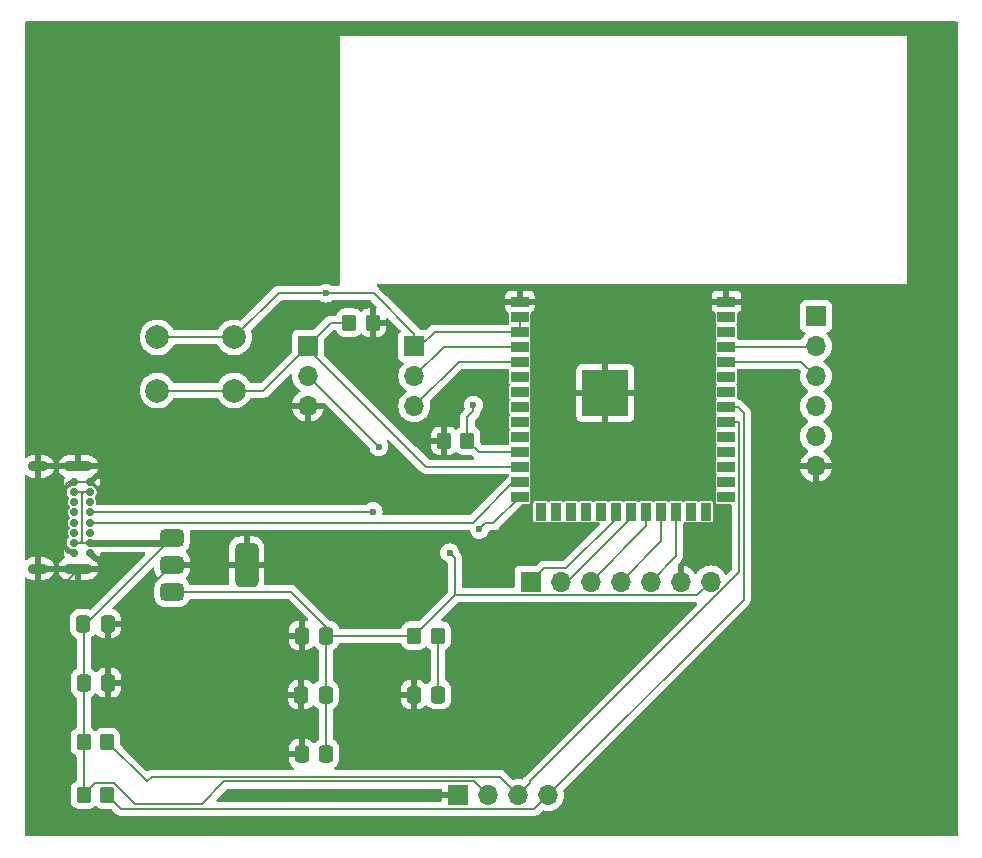
<source format=gbr>
G04 #@! TF.GenerationSoftware,KiCad,Pcbnew,8.0.4*
G04 #@! TF.CreationDate,2024-10-11T16:18:39-05:00*
G04 #@! TF.ProjectId,final_project_v0.1,66696e61-6c5f-4707-926f-6a6563745f76,rev?*
G04 #@! TF.SameCoordinates,Original*
G04 #@! TF.FileFunction,Copper,L1,Top*
G04 #@! TF.FilePolarity,Positive*
%FSLAX46Y46*%
G04 Gerber Fmt 4.6, Leading zero omitted, Abs format (unit mm)*
G04 Created by KiCad (PCBNEW 8.0.4) date 2024-10-11 16:18:39*
%MOMM*%
%LPD*%
G01*
G04 APERTURE LIST*
G04 Aperture macros list*
%AMRoundRect*
0 Rectangle with rounded corners*
0 $1 Rounding radius*
0 $2 $3 $4 $5 $6 $7 $8 $9 X,Y pos of 4 corners*
0 Add a 4 corners polygon primitive as box body*
4,1,4,$2,$3,$4,$5,$6,$7,$8,$9,$2,$3,0*
0 Add four circle primitives for the rounded corners*
1,1,$1+$1,$2,$3*
1,1,$1+$1,$4,$5*
1,1,$1+$1,$6,$7*
1,1,$1+$1,$8,$9*
0 Add four rect primitives between the rounded corners*
20,1,$1+$1,$2,$3,$4,$5,0*
20,1,$1+$1,$4,$5,$6,$7,0*
20,1,$1+$1,$6,$7,$8,$9,0*
20,1,$1+$1,$8,$9,$2,$3,0*%
G04 Aperture macros list end*
G04 #@! TA.AperFunction,ComponentPad*
%ADD10R,1.700000X1.700000*%
G04 #@! TD*
G04 #@! TA.AperFunction,ComponentPad*
%ADD11O,1.700000X1.700000*%
G04 #@! TD*
G04 #@! TA.AperFunction,SMDPad,CuDef*
%ADD12RoundRect,0.250000X0.350000X0.450000X-0.350000X0.450000X-0.350000X-0.450000X0.350000X-0.450000X0*%
G04 #@! TD*
G04 #@! TA.AperFunction,SMDPad,CuDef*
%ADD13RoundRect,0.250000X0.337500X0.475000X-0.337500X0.475000X-0.337500X-0.475000X0.337500X-0.475000X0*%
G04 #@! TD*
G04 #@! TA.AperFunction,SMDPad,CuDef*
%ADD14RoundRect,0.250000X-0.337500X-0.475000X0.337500X-0.475000X0.337500X0.475000X-0.337500X0.475000X0*%
G04 #@! TD*
G04 #@! TA.AperFunction,SMDPad,CuDef*
%ADD15RoundRect,0.250000X-0.350000X-0.450000X0.350000X-0.450000X0.350000X0.450000X-0.350000X0.450000X0*%
G04 #@! TD*
G04 #@! TA.AperFunction,ComponentPad*
%ADD16C,2.000000*%
G04 #@! TD*
G04 #@! TA.AperFunction,ComponentPad*
%ADD17C,0.700000*%
G04 #@! TD*
G04 #@! TA.AperFunction,ComponentPad*
%ADD18O,2.400000X0.900000*%
G04 #@! TD*
G04 #@! TA.AperFunction,ComponentPad*
%ADD19O,1.700000X0.900000*%
G04 #@! TD*
G04 #@! TA.AperFunction,SMDPad,CuDef*
%ADD20R,1.500000X0.900000*%
G04 #@! TD*
G04 #@! TA.AperFunction,SMDPad,CuDef*
%ADD21R,0.900000X1.500000*%
G04 #@! TD*
G04 #@! TA.AperFunction,HeatsinkPad*
%ADD22C,0.600000*%
G04 #@! TD*
G04 #@! TA.AperFunction,SMDPad,CuDef*
%ADD23R,3.900000X3.900000*%
G04 #@! TD*
G04 #@! TA.AperFunction,SMDPad,CuDef*
%ADD24RoundRect,0.375000X-0.625000X-0.375000X0.625000X-0.375000X0.625000X0.375000X-0.625000X0.375000X0*%
G04 #@! TD*
G04 #@! TA.AperFunction,SMDPad,CuDef*
%ADD25RoundRect,0.500000X-0.500000X-1.400000X0.500000X-1.400000X0.500000X1.400000X-0.500000X1.400000X0*%
G04 #@! TD*
G04 #@! TA.AperFunction,ViaPad*
%ADD26C,0.600000*%
G04 #@! TD*
G04 #@! TA.AperFunction,Conductor*
%ADD27C,0.200000*%
G04 #@! TD*
G04 #@! TA.AperFunction,Conductor*
%ADD28C,0.600000*%
G04 #@! TD*
G04 APERTURE END LIST*
D10*
G04 #@! TO.P,MICCLK1,1,Pin_1*
G04 #@! TO.N,+3V3*
X133500000Y-78000000D03*
D11*
G04 #@! TO.P,MICCLK1,2,Pin_2*
G04 #@! TO.N,/MICSCK*
X133500000Y-80540000D03*
G04 #@! TO.P,MICCLK1,3,Pin_3*
G04 #@! TO.N,/MICWS*
X133500000Y-83080000D03*
G04 #@! TD*
D12*
G04 #@! TO.P,R2,1*
G04 #@! TO.N,GND*
X130000000Y-76000000D03*
G04 #@! TO.P,R2,2*
G04 #@! TO.N,/MICEN*
X128000000Y-76000000D03*
G04 #@! TD*
D13*
G04 #@! TO.P,C5,1*
G04 #@! TO.N,Net-(C5-Pad1)*
X135537500Y-107500000D03*
G04 #@! TO.P,C5,2*
G04 #@! TO.N,GND*
X133462500Y-107500000D03*
G04 #@! TD*
G04 #@! TO.P,C3,1*
G04 #@! TO.N,+3V3*
X126000000Y-107500000D03*
G04 #@! TO.P,C3,2*
G04 #@! TO.N,GND*
X123925000Y-107500000D03*
G04 #@! TD*
D14*
G04 #@! TO.P,C1,1*
G04 #@! TO.N,+5V*
X105462500Y-101500000D03*
G04 #@! TO.P,C1,2*
G04 #@! TO.N,GND*
X107537500Y-101500000D03*
G04 #@! TD*
D13*
G04 #@! TO.P,C4,1*
G04 #@! TO.N,+3V3*
X126037500Y-112500000D03*
G04 #@! TO.P,C4,2*
G04 #@! TO.N,GND*
X123962500Y-112500000D03*
G04 #@! TD*
D10*
G04 #@! TO.P,LCDDisplay1,1,Pin_1*
G04 #@! TO.N,GND*
X137200000Y-116000000D03*
D11*
G04 #@! TO.P,LCDDisplay1,2,Pin_2*
G04 #@! TO.N,+5V*
X139740000Y-116000000D03*
G04 #@! TO.P,LCDDisplay1,3,Pin_3*
G04 #@! TO.N,/SDA_LCD*
X142280000Y-116000000D03*
G04 #@! TO.P,LCDDisplay1,4,Pin_4*
G04 #@! TO.N,/SCL_LCD*
X144820000Y-116000000D03*
G04 #@! TD*
D10*
G04 #@! TO.P,AudioAmplifier1,1,Pin_1*
G04 #@! TO.N,/A_LRCLK*
X143340000Y-97920000D03*
D11*
G04 #@! TO.P,AudioAmplifier1,2,Pin_2*
G04 #@! TO.N,/A_BCLK*
X145880000Y-97920000D03*
G04 #@! TO.P,AudioAmplifier1,3,Pin_3*
G04 #@! TO.N,/A_Din*
X148420000Y-97920000D03*
G04 #@! TO.P,AudioAmplifier1,4,Pin_4*
G04 #@! TO.N,/A_GAIN*
X150960000Y-97920000D03*
G04 #@! TO.P,AudioAmplifier1,5,Pin_5*
G04 #@! TO.N,/A_SDMODEB*
X153500000Y-97920000D03*
G04 #@! TO.P,AudioAmplifier1,6,Pin_6*
G04 #@! TO.N,GND*
X156040000Y-97920000D03*
G04 #@! TO.P,AudioAmplifier1,7,Pin_7*
G04 #@! TO.N,+3V3*
X158580000Y-97920000D03*
G04 #@! TD*
D15*
G04 #@! TO.P,R3,1*
G04 #@! TO.N,+3V3*
X133500000Y-102500000D03*
G04 #@! TO.P,R3,2*
G04 #@! TO.N,Net-(C5-Pad1)*
X135500000Y-102500000D03*
G04 #@! TD*
D10*
G04 #@! TO.P,DebugSerialPort1,1,Pin_1*
G04 #@! TO.N,unconnected-(DebugSerialPort1-Pin_1-Pad1)*
X167500000Y-75460000D03*
D11*
G04 #@! TO.P,DebugSerialPort1,2,Pin_2*
G04 #@! TO.N,/RXS*
X167500000Y-78000000D03*
G04 #@! TO.P,DebugSerialPort1,3,Pin_3*
G04 #@! TO.N,/TXS*
X167500000Y-80540000D03*
G04 #@! TO.P,DebugSerialPort1,4,Pin_4*
G04 #@! TO.N,unconnected-(DebugSerialPort1-Pin_4-Pad4)*
X167500000Y-83080000D03*
G04 #@! TO.P,DebugSerialPort1,5,Pin_5*
G04 #@! TO.N,unconnected-(DebugSerialPort1-Pin_5-Pad5)*
X167500000Y-85620000D03*
G04 #@! TO.P,DebugSerialPort1,6,Pin_6*
G04 #@! TO.N,GND*
X167500000Y-88160000D03*
G04 #@! TD*
D13*
G04 #@! TO.P,C2,1*
G04 #@! TO.N,+3V3*
X126037500Y-102500000D03*
G04 #@! TO.P,C2,2*
G04 #@! TO.N,GND*
X123962500Y-102500000D03*
G04 #@! TD*
D15*
G04 #@! TO.P,R5,1*
G04 #@! TO.N,+5V*
X105500000Y-111500000D03*
G04 #@! TO.P,R5,2*
G04 #@! TO.N,/SDA_LCD*
X107500000Y-111500000D03*
G04 #@! TD*
D16*
G04 #@! TO.P,SW1,1,1*
G04 #@! TO.N,+3V3*
X111750000Y-77250000D03*
X118250000Y-77250000D03*
G04 #@! TO.P,SW1,2,2*
G04 #@! TO.N,/MICEN*
X111750000Y-81750000D03*
X118250000Y-81750000D03*
G04 #@! TD*
D10*
G04 #@! TO.P,MICDA1,1,Pin_1*
G04 #@! TO.N,/MICEN*
X124500000Y-77960000D03*
D11*
G04 #@! TO.P,MICDA1,2,Pin_2*
G04 #@! TO.N,/MICSDA*
X124500000Y-80500000D03*
G04 #@! TO.P,MICDA1,3,Pin_3*
G04 #@! TO.N,GND*
X124500000Y-83040000D03*
G04 #@! TD*
D17*
G04 #@! TO.P,J1,A1,GND*
G04 #@! TO.N,GND*
X106025000Y-89525000D03*
G04 #@! TO.P,J1,A4,VBUS*
G04 #@! TO.N,+5V*
X106025000Y-90375000D03*
G04 #@! TO.P,J1,A5,CC1*
G04 #@! TO.N,unconnected-(J1-CC1-PadA5)*
X106025000Y-91225000D03*
G04 #@! TO.P,J1,A6,D+*
G04 #@! TO.N,/D+*
X106025000Y-92075000D03*
G04 #@! TO.P,J1,A7,D-*
G04 #@! TO.N,/D-*
X106025000Y-92925000D03*
G04 #@! TO.P,J1,A8,SBU1*
G04 #@! TO.N,unconnected-(J1-SBU1-PadA8)*
X106025000Y-93775000D03*
G04 #@! TO.P,J1,A9,VBUS*
G04 #@! TO.N,+5V*
X106025000Y-94625000D03*
G04 #@! TO.P,J1,A12,GND*
G04 #@! TO.N,GND*
X106025000Y-95475000D03*
G04 #@! TO.P,J1,B1,GND*
X104675000Y-95475000D03*
G04 #@! TO.P,J1,B4,VBUS*
G04 #@! TO.N,+5V*
X104675000Y-94625000D03*
G04 #@! TO.P,J1,B5,CC2*
G04 #@! TO.N,unconnected-(J1-CC2-PadB5)*
X104675000Y-93775000D03*
G04 #@! TO.P,J1,B6,D+*
G04 #@! TO.N,unconnected-(J1-D+-PadB6)*
X104675000Y-92925000D03*
G04 #@! TO.P,J1,B7,D-*
G04 #@! TO.N,unconnected-(J1-D--PadB7)*
X104675000Y-92075000D03*
G04 #@! TO.P,J1,B8,SBU2*
G04 #@! TO.N,unconnected-(J1-SBU2-PadB8)*
X104675000Y-91225000D03*
G04 #@! TO.P,J1,B9,VBUS*
G04 #@! TO.N,+5V*
X104675000Y-90375000D03*
G04 #@! TO.P,J1,B12,GND*
G04 #@! TO.N,GND*
X104675000Y-89525000D03*
D18*
G04 #@! TO.P,J1,S1,SHIELD*
X105045000Y-88175000D03*
D19*
X101665000Y-88175000D03*
D18*
X105045000Y-96825000D03*
D19*
X101665000Y-96825000D03*
G04 #@! TD*
D20*
G04 #@! TO.P,U1,1,GND*
G04 #@! TO.N,GND*
X142425000Y-74240000D03*
G04 #@! TO.P,U1,2,3V3*
G04 #@! TO.N,+3V3*
X142425000Y-75510000D03*
G04 #@! TO.P,U1,3,EN*
X142425000Y-76780000D03*
G04 #@! TO.P,U1,4,IO4*
G04 #@! TO.N,/MICSCK*
X142425000Y-78050000D03*
G04 #@! TO.P,U1,5,IO5*
G04 #@! TO.N,/MICWS*
X142425000Y-79320000D03*
G04 #@! TO.P,U1,6,IO6*
G04 #@! TO.N,unconnected-(U1-IO6-Pad6)*
X142425000Y-80590000D03*
G04 #@! TO.P,U1,7,IO7*
G04 #@! TO.N,unconnected-(U1-IO7-Pad7)*
X142425000Y-81860000D03*
G04 #@! TO.P,U1,8,IO15*
G04 #@! TO.N,unconnected-(U1-IO15-Pad8)*
X142425000Y-83130000D03*
G04 #@! TO.P,U1,9,IO16*
G04 #@! TO.N,unconnected-(U1-IO16-Pad9)*
X142425000Y-84400000D03*
G04 #@! TO.P,U1,10,IO17*
G04 #@! TO.N,unconnected-(U1-IO17-Pad10)*
X142425000Y-85670000D03*
G04 #@! TO.P,U1,11,IO18*
G04 #@! TO.N,/MICSDA*
X142425000Y-86940000D03*
G04 #@! TO.P,U1,12,IO8*
G04 #@! TO.N,/MICEN*
X142425000Y-88210000D03*
G04 #@! TO.P,U1,13,IO19*
G04 #@! TO.N,/D-*
X142425000Y-89480000D03*
G04 #@! TO.P,U1,14,IO20*
G04 #@! TO.N,/D+*
X142425000Y-90750000D03*
D21*
G04 #@! TO.P,U1,15,IO3*
G04 #@! TO.N,unconnected-(U1-IO3-Pad15)*
X144190000Y-92000000D03*
G04 #@! TO.P,U1,16,IO46*
G04 #@! TO.N,unconnected-(U1-IO46-Pad16)*
X145460000Y-92000000D03*
G04 #@! TO.P,U1,17,IO9*
G04 #@! TO.N,unconnected-(U1-IO9-Pad17)*
X146730000Y-92000000D03*
G04 #@! TO.P,U1,18,IO10*
G04 #@! TO.N,unconnected-(U1-IO10-Pad18)*
X148000000Y-92000000D03*
G04 #@! TO.P,U1,19,IO11*
G04 #@! TO.N,unconnected-(U1-IO11-Pad19)*
X149270000Y-92000000D03*
G04 #@! TO.P,U1,20,IO12*
G04 #@! TO.N,/A_LRCLK*
X150540000Y-92000000D03*
G04 #@! TO.P,U1,21,IO13*
G04 #@! TO.N,/A_BCLK*
X151810000Y-92000000D03*
G04 #@! TO.P,U1,22,IO14*
G04 #@! TO.N,/A_Din*
X153080000Y-92000000D03*
G04 #@! TO.P,U1,23,IO21*
G04 #@! TO.N,/A_GAIN*
X154350000Y-92000000D03*
G04 #@! TO.P,U1,24,IO47*
G04 #@! TO.N,/A_SDMODEB*
X155620000Y-92000000D03*
G04 #@! TO.P,U1,25,IO48*
G04 #@! TO.N,unconnected-(U1-IO48-Pad25)*
X156890000Y-92000000D03*
G04 #@! TO.P,U1,26,IO45*
G04 #@! TO.N,unconnected-(U1-IO45-Pad26)*
X158160000Y-92000000D03*
D20*
G04 #@! TO.P,U1,27,IO0*
G04 #@! TO.N,unconnected-(U1-IO0-Pad27)*
X159925000Y-90750000D03*
G04 #@! TO.P,U1,28,IO35*
G04 #@! TO.N,unconnected-(U1-IO35-Pad28)*
X159925000Y-89480000D03*
G04 #@! TO.P,U1,29,IO36*
G04 #@! TO.N,unconnected-(U1-IO36-Pad29)*
X159925000Y-88210000D03*
G04 #@! TO.P,U1,30,IO37*
G04 #@! TO.N,unconnected-(U1-IO37-Pad30)*
X159925000Y-86940000D03*
G04 #@! TO.P,U1,31,IO38*
G04 #@! TO.N,unconnected-(U1-IO38-Pad31)*
X159925000Y-85670000D03*
G04 #@! TO.P,U1,32,IO39*
G04 #@! TO.N,/SDA_LCD*
X159925000Y-84400000D03*
G04 #@! TO.P,U1,33,IO40*
G04 #@! TO.N,/SCL_LCD*
X159925000Y-83130000D03*
G04 #@! TO.P,U1,34,IO41*
G04 #@! TO.N,unconnected-(U1-IO41-Pad34)*
X159925000Y-81860000D03*
G04 #@! TO.P,U1,35,IO42*
G04 #@! TO.N,unconnected-(U1-IO42-Pad35)*
X159925000Y-80590000D03*
G04 #@! TO.P,U1,36,RXD0*
G04 #@! TO.N,/TXS*
X159925000Y-79320000D03*
G04 #@! TO.P,U1,37,TXD0*
G04 #@! TO.N,/RXS*
X159925000Y-78050000D03*
G04 #@! TO.P,U1,38,IO2*
G04 #@! TO.N,unconnected-(U1-IO2-Pad38)*
X159925000Y-76780000D03*
G04 #@! TO.P,U1,39,IO1*
G04 #@! TO.N,unconnected-(U1-IO1-Pad39)*
X159925000Y-75510000D03*
G04 #@! TO.P,U1,40,GND*
G04 #@! TO.N,GND*
X159925000Y-74240000D03*
D22*
G04 #@! TO.P,U1,41,GND*
X148275000Y-81260000D03*
X148275000Y-82660000D03*
X148975000Y-80560000D03*
X148975000Y-81960000D03*
X148975000Y-83360000D03*
X149675000Y-81260000D03*
D23*
X149675000Y-81960000D03*
D22*
X149675000Y-82660000D03*
X150375000Y-80560000D03*
X150375000Y-81960000D03*
X150375000Y-83360000D03*
X151075000Y-81260000D03*
X151075000Y-82660000D03*
G04 #@! TD*
D15*
G04 #@! TO.P,R1,1*
G04 #@! TO.N,GND*
X136000000Y-86000000D03*
G04 #@! TO.P,R1,2*
G04 #@! TO.N,/MICSDA*
X138000000Y-86000000D03*
G04 #@! TD*
D14*
G04 #@! TO.P,C6,1*
G04 #@! TO.N,+5V*
X105500000Y-106500000D03*
G04 #@! TO.P,C6,2*
G04 #@! TO.N,GND*
X107575000Y-106500000D03*
G04 #@! TD*
D24*
G04 #@! TO.P,U2,1,VI*
G04 #@! TO.N,+5V*
X113000000Y-94200000D03*
G04 #@! TO.P,U2,2,GND*
G04 #@! TO.N,GND*
X113000000Y-96500000D03*
D25*
X119300000Y-96500000D03*
D24*
G04 #@! TO.P,U2,3,VO*
G04 #@! TO.N,+3V3*
X113000000Y-98800000D03*
G04 #@! TD*
D15*
G04 #@! TO.P,R4,1*
G04 #@! TO.N,+5V*
X105500000Y-116000000D03*
G04 #@! TO.P,R4,2*
G04 #@! TO.N,/SCL_LCD*
X107500000Y-116000000D03*
G04 #@! TD*
D26*
G04 #@! TO.N,GND*
X145000000Y-105000000D03*
X128000000Y-116000000D03*
X103000000Y-103000000D03*
X119000000Y-112500000D03*
X114500000Y-104500000D03*
G04 #@! TO.N,+3V3*
X126000000Y-73500000D03*
X136500000Y-95500000D03*
G04 #@! TO.N,/D+*
X139000000Y-93500000D03*
X130000000Y-92000000D03*
G04 #@! TO.N,/MICSDA*
X130500000Y-86500000D03*
X138500000Y-83000000D03*
G04 #@! TD*
D27*
G04 #@! TO.N,GND*
X111000000Y-98500000D02*
X111000000Y-104000000D01*
X103000000Y-99000000D02*
X105045000Y-96955000D01*
X104675000Y-89525000D02*
X106025000Y-89525000D01*
X113000000Y-96500000D02*
X111000000Y-98500000D01*
X114000000Y-104000000D02*
X114500000Y-104500000D01*
X104025000Y-89680026D02*
X104180026Y-89525000D01*
X105045000Y-96955000D02*
X105045000Y-96825000D01*
X111000000Y-104000000D02*
X114000000Y-104000000D01*
X103000000Y-99000000D02*
X103000000Y-103000000D01*
X104025000Y-95319974D02*
X104025000Y-89680026D01*
X104675000Y-95475000D02*
X104180026Y-95475000D01*
X104180026Y-89525000D02*
X104675000Y-89525000D01*
X128000000Y-116000000D02*
X137200000Y-116000000D01*
X104180026Y-95475000D02*
X104025000Y-95319974D01*
G04 #@! TO.N,+5V*
X109834744Y-116750000D02*
X108084744Y-115000000D01*
D28*
X112575000Y-94625000D02*
X113000000Y-94200000D01*
D27*
X117400000Y-114850000D02*
X115500000Y-116750000D01*
X105462500Y-101500000D02*
X105700000Y-101500000D01*
X105500000Y-116000000D02*
X105500000Y-111500000D01*
X105375000Y-94469974D02*
X105219974Y-94625000D01*
X138590000Y-114850000D02*
X117400000Y-114850000D01*
X105219974Y-94625000D02*
X104675000Y-94625000D01*
X115500000Y-116750000D02*
X109834744Y-116750000D01*
X106025000Y-90375000D02*
X105530026Y-90375000D01*
X104675000Y-90375000D02*
X106025000Y-90375000D01*
X108084744Y-115000000D02*
X106500000Y-115000000D01*
X106500000Y-115000000D02*
X105500000Y-116000000D01*
X105530026Y-90375000D02*
X105375000Y-90530026D01*
D28*
X106025000Y-94625000D02*
X112575000Y-94625000D01*
D27*
X105500000Y-101537500D02*
X105462500Y-101500000D01*
X105500000Y-111500000D02*
X105500000Y-106500000D01*
X105375000Y-90530026D02*
X105375000Y-94469974D01*
X104675000Y-94625000D02*
X106025000Y-94625000D01*
X139740000Y-116000000D02*
X138590000Y-114850000D01*
X105500000Y-106500000D02*
X105500000Y-101537500D01*
X105700000Y-101500000D02*
X113000000Y-94200000D01*
G04 #@! TO.N,+3V3*
X133500000Y-102500000D02*
X136930000Y-99070000D01*
X122000000Y-73500000D02*
X118250000Y-77250000D01*
X135220000Y-76780000D02*
X142425000Y-76780000D01*
X157430000Y-99070000D02*
X158580000Y-97920000D01*
X126000000Y-73500000D02*
X122000000Y-73500000D01*
X133500000Y-76950000D02*
X133500000Y-78000000D01*
X126037500Y-102500000D02*
X133500000Y-102500000D01*
X126037500Y-101775000D02*
X123062500Y-98800000D01*
X126000000Y-107500000D02*
X126000000Y-102537500D01*
X136930000Y-99070000D02*
X157430000Y-99070000D01*
X136930000Y-99070000D02*
X136930000Y-95930000D01*
X136930000Y-95930000D02*
X136500000Y-95500000D01*
X134000000Y-78000000D02*
X135220000Y-76780000D01*
X126037500Y-102500000D02*
X126037500Y-101775000D01*
X118250000Y-77250000D02*
X111750000Y-77250000D01*
X126000000Y-73500000D02*
X130050000Y-73500000D01*
X123062500Y-98800000D02*
X113000000Y-98800000D01*
X133500000Y-78000000D02*
X134000000Y-78000000D01*
X126037500Y-107537500D02*
X126000000Y-107500000D01*
X126000000Y-102537500D02*
X126037500Y-102500000D01*
X142425000Y-76780000D02*
X142425000Y-75510000D01*
X130050000Y-73500000D02*
X133500000Y-76950000D01*
X126037500Y-112500000D02*
X126037500Y-107537500D01*
G04 #@! TO.N,Net-(C5-Pad1)*
X135537500Y-107500000D02*
X135537500Y-102537500D01*
X135537500Y-102537500D02*
X135500000Y-102500000D01*
G04 #@! TO.N,/D-*
X106025000Y-92925000D02*
X138450000Y-92925000D01*
X141895000Y-89480000D02*
X142425000Y-89480000D01*
X138450000Y-92925000D02*
X141895000Y-89480000D01*
G04 #@! TO.N,/D+*
X139000000Y-93500000D02*
X139500000Y-93000000D01*
X106025000Y-92075000D02*
X130000000Y-92000000D01*
X140175000Y-93000000D02*
X142425000Y-90750000D01*
X139500000Y-93000000D02*
X140175000Y-93000000D01*
G04 #@! TO.N,/A_Din*
X153080000Y-93260000D02*
X153080000Y-92000000D01*
X148420000Y-97920000D02*
X153080000Y-93260000D01*
G04 #@! TO.N,/A_SDMODEB*
X155620000Y-95800000D02*
X155620000Y-92000000D01*
X153500000Y-97920000D02*
X155620000Y-95800000D01*
G04 #@! TO.N,/A_LRCLK*
X144490000Y-96770000D02*
X146356346Y-96770000D01*
X143340000Y-97920000D02*
X144490000Y-96770000D01*
X146356346Y-96770000D02*
X150540000Y-92586346D01*
X150540000Y-92586346D02*
X150540000Y-92000000D01*
G04 #@! TO.N,/A_GAIN*
X154350000Y-94530000D02*
X154350000Y-92000000D01*
X150960000Y-97920000D02*
X154350000Y-94530000D01*
G04 #@! TO.N,/A_BCLK*
X146420000Y-97920000D02*
X151810000Y-92530000D01*
X151810000Y-92530000D02*
X151810000Y-92000000D01*
X145880000Y-97920000D02*
X146420000Y-97920000D01*
G04 #@! TO.N,/TXS*
X159925000Y-79320000D02*
X166280000Y-79320000D01*
X166280000Y-79320000D02*
X167500000Y-80540000D01*
G04 #@! TO.N,/RXS*
X167450000Y-78050000D02*
X167500000Y-78000000D01*
X159925000Y-78050000D02*
X167450000Y-78050000D01*
G04 #@! TO.N,/SDA_LCD*
X160975000Y-84500000D02*
X160875000Y-84400000D01*
X143313173Y-114966827D02*
X142280000Y-116000000D01*
X140730000Y-114450000D02*
X142280000Y-116000000D01*
X143313173Y-114813173D02*
X160975000Y-97151346D01*
X143313173Y-114813173D02*
X143313173Y-114966827D01*
X160975000Y-97151346D02*
X160975000Y-84500000D01*
X160875000Y-84400000D02*
X159925000Y-84400000D01*
X111250000Y-114450000D02*
X140730000Y-114450000D01*
X110850000Y-114850000D02*
X111250000Y-114450000D01*
X143276346Y-114850000D02*
X143313173Y-114813173D01*
X107500000Y-111500000D02*
X110850000Y-114850000D01*
G04 #@! TO.N,/SCL_LCD*
X107500000Y-116000000D02*
X108650000Y-117150000D01*
X143670000Y-117150000D02*
X144820000Y-116000000D01*
X161375000Y-99445000D02*
X161375000Y-83630000D01*
X161375000Y-83630000D02*
X160875000Y-83130000D01*
X108650000Y-117150000D02*
X143670000Y-117150000D01*
X144820000Y-116000000D02*
X161375000Y-99445000D01*
X160875000Y-83130000D02*
X159925000Y-83130000D01*
G04 #@! TO.N,/MICSDA*
X138500000Y-83500000D02*
X138000000Y-84000000D01*
X138000000Y-84000000D02*
X138000000Y-86000000D01*
X124500000Y-80500000D02*
X130500000Y-86500000D01*
X138000000Y-86000000D02*
X138940000Y-86940000D01*
X138940000Y-86940000D02*
X142425000Y-86940000D01*
X138500000Y-83000000D02*
X138500000Y-83500000D01*
G04 #@! TO.N,/MICEN*
X134503654Y-88210000D02*
X142425000Y-88210000D01*
X120710000Y-81750000D02*
X124500000Y-77960000D01*
X128000000Y-76000000D02*
X126460000Y-76000000D01*
X118250000Y-81750000D02*
X120710000Y-81750000D01*
X126460000Y-76000000D02*
X124500000Y-77960000D01*
X124500000Y-77960000D02*
X124500000Y-78206346D01*
X111750000Y-81750000D02*
X118250000Y-81750000D01*
X124500000Y-78206346D02*
X134503654Y-88210000D01*
G04 #@! TO.N,/MICSCK*
X133500000Y-80540000D02*
X135990000Y-78050000D01*
X135990000Y-78050000D02*
X142425000Y-78050000D01*
G04 #@! TO.N,/MICWS*
X137260000Y-79320000D02*
X142425000Y-79320000D01*
X133500000Y-83080000D02*
X137260000Y-79320000D01*
G04 #@! TD*
G04 #@! TA.AperFunction,Conductor*
G04 #@! TO.N,GND*
G36*
X135793039Y-115470185D02*
G01*
X135838794Y-115522989D01*
X135850000Y-115574500D01*
X135850000Y-115750000D01*
X136766988Y-115750000D01*
X136734075Y-115807007D01*
X136700000Y-115934174D01*
X136700000Y-116065826D01*
X136734075Y-116192993D01*
X136766988Y-116250000D01*
X135850000Y-116250000D01*
X135850000Y-116425500D01*
X135830315Y-116492539D01*
X135777511Y-116538294D01*
X135726000Y-116549500D01*
X116849097Y-116549500D01*
X116782058Y-116529815D01*
X116736303Y-116477011D01*
X116726359Y-116407853D01*
X116755384Y-116344297D01*
X116761416Y-116337819D01*
X117099237Y-115999999D01*
X117612417Y-115486819D01*
X117673740Y-115453334D01*
X117700098Y-115450500D01*
X135726000Y-115450500D01*
X135793039Y-115470185D01*
G37*
G04 #@! TD.AperFunction*
G04 #@! TA.AperFunction,Conductor*
G36*
X157374287Y-99690185D02*
G01*
X157420042Y-99742989D01*
X157429986Y-99812147D01*
X157400961Y-99875703D01*
X157394929Y-99882181D01*
X142832653Y-114444457D01*
X142832647Y-114444461D01*
X142795828Y-114481282D01*
X142714005Y-114623003D01*
X142663437Y-114671218D01*
X142594830Y-114684440D01*
X142574525Y-114680777D01*
X142515413Y-114664938D01*
X142515403Y-114664936D01*
X142280001Y-114644341D01*
X142279999Y-114644341D01*
X142044596Y-114664936D01*
X142044583Y-114664939D01*
X141916241Y-114699327D01*
X141846392Y-114697664D01*
X141796468Y-114667233D01*
X141217590Y-114088355D01*
X141217588Y-114088352D01*
X141098717Y-113969481D01*
X141098716Y-113969480D01*
X141011904Y-113919360D01*
X141011904Y-113919359D01*
X141011900Y-113919358D01*
X140961785Y-113890423D01*
X140809057Y-113849499D01*
X140650943Y-113849499D01*
X140643347Y-113849499D01*
X140643331Y-113849500D01*
X126824043Y-113849500D01*
X126757004Y-113829815D01*
X126711249Y-113777011D01*
X126701305Y-113707853D01*
X126730330Y-113644297D01*
X126758946Y-113619961D01*
X126843656Y-113567712D01*
X126967712Y-113443656D01*
X127059814Y-113294334D01*
X127114999Y-113127797D01*
X127125500Y-113025009D01*
X127125499Y-111974992D01*
X127114999Y-111872203D01*
X127059814Y-111705666D01*
X126967712Y-111556344D01*
X126843656Y-111432288D01*
X126696902Y-111341770D01*
X126650179Y-111289823D01*
X126638000Y-111236232D01*
X126638000Y-108740638D01*
X126657685Y-108673599D01*
X126696901Y-108635100D01*
X126806156Y-108567712D01*
X126930212Y-108443656D01*
X127022314Y-108294334D01*
X127077499Y-108127797D01*
X127088000Y-108025009D01*
X127088000Y-108024986D01*
X132375001Y-108024986D01*
X132385494Y-108127697D01*
X132440641Y-108294119D01*
X132440643Y-108294124D01*
X132532684Y-108443345D01*
X132656654Y-108567315D01*
X132805875Y-108659356D01*
X132805880Y-108659358D01*
X132972302Y-108714505D01*
X132972309Y-108714506D01*
X133075019Y-108724999D01*
X133212499Y-108724999D01*
X133212500Y-108724998D01*
X133212500Y-107750000D01*
X132375001Y-107750000D01*
X132375001Y-108024986D01*
X127088000Y-108024986D01*
X127087999Y-106975013D01*
X132375000Y-106975013D01*
X132375000Y-107250000D01*
X133212500Y-107250000D01*
X133212500Y-106275000D01*
X133075027Y-106275000D01*
X133075012Y-106275001D01*
X132972302Y-106285494D01*
X132805880Y-106340641D01*
X132805875Y-106340643D01*
X132656654Y-106432684D01*
X132532684Y-106556654D01*
X132440643Y-106705875D01*
X132440641Y-106705880D01*
X132385494Y-106872302D01*
X132385493Y-106872309D01*
X132375000Y-106975013D01*
X127087999Y-106975013D01*
X127087999Y-106974992D01*
X127077499Y-106872203D01*
X127022314Y-106705666D01*
X126930212Y-106556344D01*
X126806156Y-106432288D01*
X126659402Y-106341770D01*
X126612679Y-106289823D01*
X126600500Y-106236232D01*
X126600500Y-103780448D01*
X126620185Y-103713409D01*
X126672989Y-103667654D01*
X126685488Y-103662744D01*
X126694334Y-103659814D01*
X126843656Y-103567712D01*
X126967712Y-103443656D01*
X127059814Y-103294334D01*
X127095879Y-103185494D01*
X127135652Y-103128051D01*
X127200167Y-103101228D01*
X127213585Y-103100500D01*
X132319699Y-103100500D01*
X132386738Y-103120185D01*
X132432493Y-103172989D01*
X132437405Y-103185496D01*
X132465185Y-103269331D01*
X132465187Y-103269336D01*
X132480604Y-103294331D01*
X132557288Y-103418656D01*
X132681344Y-103542712D01*
X132830666Y-103634814D01*
X132997203Y-103689999D01*
X133099991Y-103700500D01*
X133900008Y-103700499D01*
X133900016Y-103700498D01*
X133900019Y-103700498D01*
X133956302Y-103694748D01*
X134002797Y-103689999D01*
X134169334Y-103634814D01*
X134318656Y-103542712D01*
X134412319Y-103449049D01*
X134473642Y-103415564D01*
X134543334Y-103420548D01*
X134587681Y-103449049D01*
X134681344Y-103542712D01*
X134830666Y-103634814D01*
X134852001Y-103641883D01*
X134909446Y-103681653D01*
X134936271Y-103746167D01*
X134937000Y-103759590D01*
X134937000Y-106236232D01*
X134917315Y-106303271D01*
X134878098Y-106341769D01*
X134782423Y-106400781D01*
X134731342Y-106432289D01*
X134607288Y-106556343D01*
X134607283Y-106556349D01*
X134605241Y-106559661D01*
X134603247Y-106561453D01*
X134602807Y-106562011D01*
X134602711Y-106561935D01*
X134553291Y-106606383D01*
X134484328Y-106617602D01*
X134420247Y-106589755D01*
X134394168Y-106559656D01*
X134392319Y-106556659D01*
X134392316Y-106556655D01*
X134268345Y-106432684D01*
X134119124Y-106340643D01*
X134119119Y-106340641D01*
X133952697Y-106285494D01*
X133952690Y-106285493D01*
X133849986Y-106275000D01*
X133712500Y-106275000D01*
X133712500Y-108724999D01*
X133849972Y-108724999D01*
X133849986Y-108724998D01*
X133952697Y-108714505D01*
X134119119Y-108659358D01*
X134119124Y-108659356D01*
X134268345Y-108567315D01*
X134392318Y-108443342D01*
X134394165Y-108440348D01*
X134395969Y-108438724D01*
X134396798Y-108437677D01*
X134396976Y-108437818D01*
X134446110Y-108393621D01*
X134515073Y-108382396D01*
X134579156Y-108410236D01*
X134605243Y-108440341D01*
X134607288Y-108443656D01*
X134731344Y-108567712D01*
X134880666Y-108659814D01*
X135047203Y-108714999D01*
X135149991Y-108725500D01*
X135925008Y-108725499D01*
X135925016Y-108725498D01*
X135925019Y-108725498D01*
X135981302Y-108719748D01*
X136027797Y-108714999D01*
X136194334Y-108659814D01*
X136343656Y-108567712D01*
X136467712Y-108443656D01*
X136559814Y-108294334D01*
X136614999Y-108127797D01*
X136625500Y-108025009D01*
X136625499Y-106974992D01*
X136614999Y-106872203D01*
X136559814Y-106705666D01*
X136467712Y-106556344D01*
X136343656Y-106432288D01*
X136196902Y-106341770D01*
X136150179Y-106289823D01*
X136138000Y-106236232D01*
X136138000Y-103723347D01*
X136157685Y-103656308D01*
X136196901Y-103617810D01*
X136318656Y-103542712D01*
X136442712Y-103418656D01*
X136534814Y-103269334D01*
X136589999Y-103102797D01*
X136600500Y-103000009D01*
X136600499Y-101999992D01*
X136597947Y-101975013D01*
X136589999Y-101897203D01*
X136589998Y-101897200D01*
X136581631Y-101871949D01*
X136534814Y-101730666D01*
X136442712Y-101581344D01*
X136318656Y-101457288D01*
X136169334Y-101365186D01*
X136002797Y-101310001D01*
X136002795Y-101310000D01*
X135900016Y-101299500D01*
X135900009Y-101299500D01*
X135849097Y-101299500D01*
X135782058Y-101279815D01*
X135736303Y-101227011D01*
X135726359Y-101157853D01*
X135755384Y-101094297D01*
X135761416Y-101087819D01*
X136416552Y-100432684D01*
X137142417Y-99706819D01*
X137203740Y-99673334D01*
X137230098Y-99670500D01*
X157307248Y-99670500D01*
X157374287Y-99690185D01*
G37*
G04 #@! TD.AperFunction*
G04 #@! TA.AperFunction,Conductor*
G36*
X111419334Y-96732413D02*
G01*
X111475267Y-96774285D01*
X111499684Y-96839749D01*
X111500000Y-96848595D01*
X111500000Y-96951096D01*
X111502897Y-96993824D01*
X111548831Y-97178523D01*
X111633390Y-97349022D01*
X111633392Y-97349025D01*
X111752630Y-97497364D01*
X111821884Y-97553031D01*
X111861803Y-97610375D01*
X111864383Y-97680197D01*
X111828805Y-97740329D01*
X111821885Y-97746326D01*
X111752276Y-97802280D01*
X111632969Y-97950704D01*
X111632967Y-97950707D01*
X111548360Y-98121302D01*
X111502400Y-98306107D01*
X111499500Y-98348879D01*
X111499500Y-99251122D01*
X111499501Y-99251125D01*
X111502399Y-99293886D01*
X111502399Y-99293887D01*
X111518430Y-99358347D01*
X111546861Y-99472671D01*
X111548360Y-99478696D01*
X111632967Y-99649292D01*
X111632969Y-99649295D01*
X111752277Y-99797721D01*
X111752278Y-99797722D01*
X111900704Y-99917030D01*
X111900707Y-99917032D01*
X112071302Y-100001639D01*
X112071303Y-100001639D01*
X112071307Y-100001641D01*
X112256111Y-100047600D01*
X112298877Y-100050500D01*
X113701122Y-100050499D01*
X113743889Y-100047600D01*
X113928693Y-100001641D01*
X114099296Y-99917030D01*
X114247722Y-99797722D01*
X114367030Y-99649296D01*
X114451641Y-99478693D01*
X114454628Y-99472671D01*
X114456535Y-99473617D01*
X114492131Y-99425590D01*
X114557478Y-99400860D01*
X114566916Y-99400500D01*
X122762403Y-99400500D01*
X122829442Y-99420185D01*
X122850084Y-99436819D01*
X124480293Y-101067028D01*
X124513778Y-101128351D01*
X124508794Y-101198043D01*
X124466922Y-101253976D01*
X124401458Y-101278393D01*
X124380013Y-101278067D01*
X124349995Y-101275001D01*
X124349974Y-101275000D01*
X124212500Y-101275000D01*
X124212500Y-103724999D01*
X124349972Y-103724999D01*
X124349986Y-103724998D01*
X124452697Y-103714505D01*
X124619119Y-103659358D01*
X124619124Y-103659356D01*
X124768345Y-103567315D01*
X124892318Y-103443342D01*
X124894165Y-103440348D01*
X124895969Y-103438724D01*
X124896798Y-103437677D01*
X124896976Y-103437818D01*
X124946110Y-103393621D01*
X125015073Y-103382396D01*
X125079156Y-103410236D01*
X125105243Y-103440341D01*
X125107288Y-103443656D01*
X125231344Y-103567712D01*
X125340597Y-103635099D01*
X125387321Y-103687047D01*
X125399500Y-103740638D01*
X125399500Y-106236232D01*
X125379815Y-106303271D01*
X125340598Y-106341769D01*
X125244923Y-106400781D01*
X125193842Y-106432289D01*
X125069788Y-106556343D01*
X125069783Y-106556349D01*
X125067741Y-106559661D01*
X125065747Y-106561453D01*
X125065307Y-106562011D01*
X125065211Y-106561935D01*
X125015791Y-106606383D01*
X124946828Y-106617602D01*
X124882747Y-106589755D01*
X124856668Y-106559656D01*
X124854819Y-106556659D01*
X124854816Y-106556655D01*
X124730845Y-106432684D01*
X124581624Y-106340643D01*
X124581619Y-106340641D01*
X124415197Y-106285494D01*
X124415190Y-106285493D01*
X124312486Y-106275000D01*
X124175000Y-106275000D01*
X124175000Y-108724999D01*
X124312472Y-108724999D01*
X124312486Y-108724998D01*
X124415197Y-108714505D01*
X124581619Y-108659358D01*
X124581624Y-108659356D01*
X124730845Y-108567315D01*
X124854818Y-108443342D01*
X124856665Y-108440348D01*
X124858469Y-108438724D01*
X124859298Y-108437677D01*
X124859476Y-108437818D01*
X124908610Y-108393621D01*
X124977573Y-108382396D01*
X125041656Y-108410236D01*
X125067743Y-108440341D01*
X125069788Y-108443656D01*
X125193844Y-108567712D01*
X125343166Y-108659814D01*
X125351998Y-108662740D01*
X125409444Y-108702508D01*
X125436271Y-108767022D01*
X125437000Y-108780448D01*
X125437000Y-111236232D01*
X125417315Y-111303271D01*
X125378098Y-111341769D01*
X125282423Y-111400781D01*
X125231342Y-111432289D01*
X125107288Y-111556343D01*
X125107283Y-111556349D01*
X125105241Y-111559661D01*
X125103247Y-111561453D01*
X125102807Y-111562011D01*
X125102711Y-111561935D01*
X125053291Y-111606383D01*
X124984328Y-111617602D01*
X124920247Y-111589755D01*
X124894168Y-111559656D01*
X124892319Y-111556659D01*
X124892316Y-111556655D01*
X124768345Y-111432684D01*
X124619124Y-111340643D01*
X124619119Y-111340641D01*
X124452697Y-111285494D01*
X124452690Y-111285493D01*
X124349986Y-111275000D01*
X124212500Y-111275000D01*
X124212500Y-112626000D01*
X124192815Y-112693039D01*
X124140011Y-112738794D01*
X124088500Y-112750000D01*
X122875001Y-112750000D01*
X122875001Y-113024986D01*
X122885494Y-113127697D01*
X122940641Y-113294119D01*
X122940643Y-113294124D01*
X123032684Y-113443345D01*
X123156654Y-113567315D01*
X123242006Y-113619961D01*
X123288730Y-113671909D01*
X123299953Y-113740872D01*
X123272109Y-113804954D01*
X123214040Y-113843810D01*
X123176909Y-113849500D01*
X111170940Y-113849500D01*
X111130019Y-113860464D01*
X111130019Y-113860465D01*
X111074117Y-113875444D01*
X111018215Y-113890423D01*
X110924016Y-113944808D01*
X110856115Y-113961279D01*
X110790089Y-113938426D01*
X110774336Y-113925101D01*
X108824248Y-111975013D01*
X122875000Y-111975013D01*
X122875000Y-112250000D01*
X123712500Y-112250000D01*
X123712500Y-111275000D01*
X123575027Y-111275000D01*
X123575012Y-111275001D01*
X123472302Y-111285494D01*
X123305880Y-111340641D01*
X123305875Y-111340643D01*
X123156654Y-111432684D01*
X123032684Y-111556654D01*
X122940643Y-111705875D01*
X122940641Y-111705880D01*
X122885494Y-111872302D01*
X122885493Y-111872309D01*
X122875000Y-111975013D01*
X108824248Y-111975013D01*
X108636818Y-111787583D01*
X108603333Y-111726260D01*
X108600499Y-111699902D01*
X108600499Y-110999998D01*
X108600498Y-110999981D01*
X108589999Y-110897203D01*
X108589998Y-110897200D01*
X108534814Y-110730666D01*
X108442712Y-110581344D01*
X108318656Y-110457288D01*
X108169334Y-110365186D01*
X108002797Y-110310001D01*
X108002795Y-110310000D01*
X107900010Y-110299500D01*
X107099998Y-110299500D01*
X107099980Y-110299501D01*
X106997203Y-110310000D01*
X106997200Y-110310001D01*
X106830668Y-110365185D01*
X106830663Y-110365187D01*
X106681342Y-110457289D01*
X106587681Y-110550951D01*
X106526358Y-110584436D01*
X106456666Y-110579452D01*
X106412319Y-110550951D01*
X106318657Y-110457289D01*
X106318656Y-110457288D01*
X106169334Y-110365186D01*
X106169332Y-110365185D01*
X106163187Y-110361395D01*
X106164290Y-110359605D01*
X106119649Y-110320290D01*
X106100500Y-110254091D01*
X106100500Y-108024986D01*
X122837501Y-108024986D01*
X122847994Y-108127697D01*
X122903141Y-108294119D01*
X122903143Y-108294124D01*
X122995184Y-108443345D01*
X123119154Y-108567315D01*
X123268375Y-108659356D01*
X123268380Y-108659358D01*
X123434802Y-108714505D01*
X123434809Y-108714506D01*
X123537519Y-108724999D01*
X123674999Y-108724999D01*
X123675000Y-108724998D01*
X123675000Y-107750000D01*
X122837501Y-107750000D01*
X122837501Y-108024986D01*
X106100500Y-108024986D01*
X106100500Y-107763767D01*
X106120185Y-107696728D01*
X106159401Y-107658230D01*
X106306156Y-107567712D01*
X106430212Y-107443656D01*
X106432252Y-107440347D01*
X106434245Y-107438555D01*
X106434693Y-107437989D01*
X106434789Y-107438065D01*
X106484194Y-107393623D01*
X106553156Y-107382395D01*
X106617240Y-107410234D01*
X106643329Y-107440339D01*
X106645181Y-107443341D01*
X106645183Y-107443344D01*
X106769154Y-107567315D01*
X106918375Y-107659356D01*
X106918380Y-107659358D01*
X107084802Y-107714505D01*
X107084809Y-107714506D01*
X107187519Y-107724999D01*
X107324999Y-107724999D01*
X107825000Y-107724999D01*
X107962472Y-107724999D01*
X107962486Y-107724998D01*
X108065197Y-107714505D01*
X108231619Y-107659358D01*
X108231624Y-107659356D01*
X108380845Y-107567315D01*
X108504815Y-107443345D01*
X108596856Y-107294124D01*
X108596858Y-107294119D01*
X108652005Y-107127697D01*
X108652006Y-107127690D01*
X108662499Y-107024986D01*
X108662500Y-107024973D01*
X108662500Y-106975013D01*
X122837500Y-106975013D01*
X122837500Y-107250000D01*
X123675000Y-107250000D01*
X123675000Y-106275000D01*
X123537527Y-106275000D01*
X123537512Y-106275001D01*
X123434802Y-106285494D01*
X123268380Y-106340641D01*
X123268375Y-106340643D01*
X123119154Y-106432684D01*
X122995184Y-106556654D01*
X122903143Y-106705875D01*
X122903141Y-106705880D01*
X122847994Y-106872302D01*
X122847993Y-106872309D01*
X122837500Y-106975013D01*
X108662500Y-106975013D01*
X108662500Y-106750000D01*
X107825000Y-106750000D01*
X107825000Y-107724999D01*
X107324999Y-107724999D01*
X107325000Y-107724998D01*
X107325000Y-106250000D01*
X107825000Y-106250000D01*
X108662499Y-106250000D01*
X108662499Y-105975028D01*
X108662498Y-105975013D01*
X108652005Y-105872302D01*
X108596858Y-105705880D01*
X108596856Y-105705875D01*
X108504815Y-105556654D01*
X108380845Y-105432684D01*
X108231624Y-105340643D01*
X108231619Y-105340641D01*
X108065197Y-105285494D01*
X108065190Y-105285493D01*
X107962486Y-105275000D01*
X107825000Y-105275000D01*
X107825000Y-106250000D01*
X107325000Y-106250000D01*
X107325000Y-105275000D01*
X107187527Y-105275000D01*
X107187512Y-105275001D01*
X107084802Y-105285494D01*
X106918380Y-105340641D01*
X106918375Y-105340643D01*
X106769154Y-105432684D01*
X106645183Y-105556655D01*
X106645179Y-105556660D01*
X106643326Y-105559665D01*
X106641518Y-105561290D01*
X106640702Y-105562323D01*
X106640525Y-105562183D01*
X106591374Y-105606385D01*
X106522411Y-105617601D01*
X106458331Y-105589752D01*
X106432253Y-105559653D01*
X106432237Y-105559628D01*
X106430212Y-105556344D01*
X106306156Y-105432288D01*
X106159402Y-105341770D01*
X106112679Y-105289823D01*
X106100500Y-105236232D01*
X106100500Y-103024986D01*
X122875001Y-103024986D01*
X122885494Y-103127697D01*
X122940641Y-103294119D01*
X122940643Y-103294124D01*
X123032684Y-103443345D01*
X123156654Y-103567315D01*
X123305875Y-103659356D01*
X123305880Y-103659358D01*
X123472302Y-103714505D01*
X123472309Y-103714506D01*
X123575019Y-103724999D01*
X123712499Y-103724999D01*
X123712500Y-103724998D01*
X123712500Y-102750000D01*
X122875001Y-102750000D01*
X122875001Y-103024986D01*
X106100500Y-103024986D01*
X106100500Y-102740638D01*
X106120185Y-102673599D01*
X106159401Y-102635100D01*
X106268656Y-102567712D01*
X106392712Y-102443656D01*
X106394752Y-102440347D01*
X106396745Y-102438555D01*
X106397193Y-102437989D01*
X106397289Y-102438065D01*
X106446694Y-102393623D01*
X106515656Y-102382395D01*
X106579740Y-102410234D01*
X106605829Y-102440339D01*
X106607681Y-102443341D01*
X106607683Y-102443344D01*
X106731654Y-102567315D01*
X106880875Y-102659356D01*
X106880880Y-102659358D01*
X107047302Y-102714505D01*
X107047309Y-102714506D01*
X107150019Y-102724999D01*
X107287499Y-102724999D01*
X107787500Y-102724999D01*
X107924972Y-102724999D01*
X107924986Y-102724998D01*
X108027697Y-102714505D01*
X108194119Y-102659358D01*
X108194124Y-102659356D01*
X108343345Y-102567315D01*
X108467315Y-102443345D01*
X108559356Y-102294124D01*
X108559358Y-102294119D01*
X108614505Y-102127697D01*
X108614506Y-102127690D01*
X108624999Y-102024986D01*
X108625000Y-102024973D01*
X108625000Y-101975013D01*
X122875000Y-101975013D01*
X122875000Y-102250000D01*
X123712500Y-102250000D01*
X123712500Y-101275000D01*
X123575027Y-101275000D01*
X123575012Y-101275001D01*
X123472302Y-101285494D01*
X123305880Y-101340641D01*
X123305875Y-101340643D01*
X123156654Y-101432684D01*
X123032684Y-101556654D01*
X122940643Y-101705875D01*
X122940641Y-101705880D01*
X122885494Y-101872302D01*
X122885493Y-101872309D01*
X122875000Y-101975013D01*
X108625000Y-101975013D01*
X108625000Y-101750000D01*
X107787500Y-101750000D01*
X107787500Y-102724999D01*
X107287499Y-102724999D01*
X107287500Y-102724998D01*
X107287500Y-101374000D01*
X107307185Y-101306961D01*
X107359989Y-101261206D01*
X107411500Y-101250000D01*
X108624999Y-101250000D01*
X108624999Y-100975028D01*
X108624998Y-100975013D01*
X108614505Y-100872302D01*
X108559358Y-100705880D01*
X108559356Y-100705875D01*
X108467315Y-100556654D01*
X108343345Y-100432684D01*
X108194124Y-100340643D01*
X108194119Y-100340641D01*
X108021270Y-100283365D01*
X108022157Y-100280687D01*
X107971774Y-100253387D01*
X107938092Y-100192172D01*
X107942851Y-100122465D01*
X107971489Y-100077744D01*
X111288321Y-96760912D01*
X111349642Y-96727429D01*
X111419334Y-96732413D01*
G37*
G04 #@! TD.AperFunction*
G04 #@! TA.AperFunction,Conductor*
G36*
X179442539Y-50520185D02*
G01*
X179488294Y-50572989D01*
X179499500Y-50624500D01*
X179499500Y-119375500D01*
X179479815Y-119442539D01*
X179427011Y-119488294D01*
X179375500Y-119499500D01*
X100624500Y-119499500D01*
X100557461Y-119479815D01*
X100511706Y-119427011D01*
X100500500Y-119375500D01*
X100500500Y-97688720D01*
X100520185Y-97621681D01*
X100572989Y-97575926D01*
X100642147Y-97565982D01*
X100693391Y-97585618D01*
X100815000Y-97666875D01*
X100815008Y-97666880D01*
X100987894Y-97738491D01*
X100987902Y-97738493D01*
X101171428Y-97774999D01*
X101171431Y-97775000D01*
X101415000Y-97775000D01*
X101415000Y-97125000D01*
X101915000Y-97125000D01*
X101915000Y-97775000D01*
X102158569Y-97775000D01*
X102158571Y-97774999D01*
X102342097Y-97738493D01*
X102342105Y-97738491D01*
X102514991Y-97666880D01*
X102515000Y-97666875D01*
X102670589Y-97562913D01*
X102670593Y-97562910D01*
X102802910Y-97430593D01*
X102802913Y-97430589D01*
X102906875Y-97275000D01*
X102906880Y-97274991D01*
X102978492Y-97102103D01*
X102978493Y-97102100D01*
X102983884Y-97075000D01*
X102231988Y-97075000D01*
X102249205Y-97065060D01*
X102305060Y-97009205D01*
X102344556Y-96940796D01*
X102365000Y-96864496D01*
X102365000Y-96785504D01*
X102344556Y-96709204D01*
X102305060Y-96640795D01*
X102249205Y-96584940D01*
X102231988Y-96575000D01*
X102983884Y-96575000D01*
X102983884Y-96574999D01*
X102978493Y-96547899D01*
X102978492Y-96547896D01*
X102906880Y-96375008D01*
X102906875Y-96374999D01*
X102802913Y-96219410D01*
X102802910Y-96219406D01*
X102670593Y-96087089D01*
X102670589Y-96087086D01*
X102515000Y-95983124D01*
X102514991Y-95983119D01*
X102342105Y-95911508D01*
X102342097Y-95911506D01*
X102158570Y-95875000D01*
X101915000Y-95875000D01*
X101915000Y-96525000D01*
X101415000Y-96525000D01*
X101415000Y-95875000D01*
X101171430Y-95875000D01*
X100987902Y-95911506D01*
X100987894Y-95911508D01*
X100815008Y-95983119D01*
X100814999Y-95983124D01*
X100693391Y-96064381D01*
X100626713Y-96085259D01*
X100559333Y-96066774D01*
X100512643Y-96014796D01*
X100500500Y-95961279D01*
X100500500Y-89038720D01*
X100520185Y-88971681D01*
X100572989Y-88925926D01*
X100642147Y-88915982D01*
X100693391Y-88935618D01*
X100815000Y-89016875D01*
X100815008Y-89016880D01*
X100987894Y-89088491D01*
X100987902Y-89088493D01*
X101171428Y-89124999D01*
X101171431Y-89125000D01*
X101415000Y-89125000D01*
X101415000Y-88475000D01*
X101915000Y-88475000D01*
X101915000Y-89125000D01*
X102158569Y-89125000D01*
X102158571Y-89124999D01*
X102342097Y-89088493D01*
X102342105Y-89088491D01*
X102514991Y-89016880D01*
X102515000Y-89016875D01*
X102670589Y-88912913D01*
X102670593Y-88912910D01*
X102802910Y-88780593D01*
X102802913Y-88780589D01*
X102906875Y-88625000D01*
X102906880Y-88624991D01*
X102978492Y-88452103D01*
X102978493Y-88452100D01*
X102983884Y-88425000D01*
X102231988Y-88425000D01*
X102249205Y-88415060D01*
X102305060Y-88359205D01*
X102344556Y-88290796D01*
X102365000Y-88214496D01*
X102365000Y-88135504D01*
X102344556Y-88059204D01*
X102305060Y-87990795D01*
X102249205Y-87934940D01*
X102231988Y-87925000D01*
X102983884Y-87925000D01*
X102983884Y-87924999D01*
X103376115Y-87924999D01*
X103376116Y-87925000D01*
X104128012Y-87925000D01*
X104110795Y-87934940D01*
X104054940Y-87990795D01*
X104015444Y-88059204D01*
X103995000Y-88135504D01*
X103995000Y-88214496D01*
X104015444Y-88290796D01*
X104054940Y-88359205D01*
X104110795Y-88415060D01*
X104128012Y-88425000D01*
X103376116Y-88425000D01*
X103381506Y-88452100D01*
X103381507Y-88452103D01*
X103453119Y-88624991D01*
X103453124Y-88625000D01*
X103557086Y-88780589D01*
X103557089Y-88780593D01*
X103689409Y-88912913D01*
X103850072Y-89020264D01*
X103848656Y-89022381D01*
X103890569Y-89063568D01*
X103906017Y-89131708D01*
X103895546Y-89174363D01*
X103894212Y-89177359D01*
X103838996Y-89347297D01*
X103838995Y-89347299D01*
X103820318Y-89525000D01*
X103838995Y-89702700D01*
X103838996Y-89702702D01*
X103894209Y-89872631D01*
X103894210Y-89872633D01*
X103923346Y-89923098D01*
X104361227Y-89485218D01*
X104475000Y-89485218D01*
X104475000Y-89564782D01*
X104505448Y-89638291D01*
X104561709Y-89694552D01*
X104635218Y-89725000D01*
X104714782Y-89725000D01*
X104788291Y-89694552D01*
X104844552Y-89638291D01*
X104875000Y-89564782D01*
X104875000Y-89485218D01*
X104844552Y-89411709D01*
X104788291Y-89355448D01*
X104714782Y-89325000D01*
X104635218Y-89325000D01*
X104561709Y-89355448D01*
X104505448Y-89411709D01*
X104475000Y-89485218D01*
X104361227Y-89485218D01*
X104587318Y-89259127D01*
X104648641Y-89225642D01*
X104718332Y-89230626D01*
X104762680Y-89259127D01*
X104940872Y-89437319D01*
X104974357Y-89498642D01*
X104969373Y-89568334D01*
X104940872Y-89612681D01*
X104815372Y-89738181D01*
X104754049Y-89771666D01*
X104727691Y-89774500D01*
X104595943Y-89774500D01*
X104443216Y-89815423D01*
X104443209Y-89815426D01*
X104306290Y-89894475D01*
X104306282Y-89894481D01*
X104194481Y-90006282D01*
X104194475Y-90006290D01*
X104115426Y-90143209D01*
X104115423Y-90143216D01*
X104074500Y-90295943D01*
X104074500Y-90454056D01*
X104115423Y-90606783D01*
X104115426Y-90606790D01*
X104194475Y-90743709D01*
X104194481Y-90743717D01*
X104238909Y-90788145D01*
X104272394Y-90849468D01*
X104267410Y-90919160D01*
X104253089Y-90943311D01*
X104254418Y-90944166D01*
X104249622Y-90951628D01*
X104189834Y-91082543D01*
X104169353Y-91225000D01*
X104189834Y-91367456D01*
X104249333Y-91497738D01*
X104249623Y-91498373D01*
X104302697Y-91559624D01*
X104310646Y-91568798D01*
X104339670Y-91632354D01*
X104329726Y-91701512D01*
X104310646Y-91731202D01*
X104249623Y-91801627D01*
X104249622Y-91801628D01*
X104189834Y-91932543D01*
X104169353Y-92075000D01*
X104189834Y-92217456D01*
X104237426Y-92321666D01*
X104249623Y-92348373D01*
X104300086Y-92406611D01*
X104310646Y-92418798D01*
X104339670Y-92482354D01*
X104329726Y-92551512D01*
X104310646Y-92581202D01*
X104249623Y-92651627D01*
X104249622Y-92651628D01*
X104189834Y-92782543D01*
X104169353Y-92925000D01*
X104189834Y-93067456D01*
X104210260Y-93112181D01*
X104249623Y-93198373D01*
X104302697Y-93259624D01*
X104310646Y-93268798D01*
X104339670Y-93332354D01*
X104329726Y-93401512D01*
X104310646Y-93431202D01*
X104249623Y-93501627D01*
X104249622Y-93501628D01*
X104189834Y-93632543D01*
X104169353Y-93775000D01*
X104189834Y-93917456D01*
X104249622Y-94048371D01*
X104254418Y-94055834D01*
X104251635Y-94057621D01*
X104273969Y-94106551D01*
X104264012Y-94175707D01*
X104238910Y-94211853D01*
X104194481Y-94256282D01*
X104194475Y-94256290D01*
X104115426Y-94393209D01*
X104115423Y-94393216D01*
X104074500Y-94545943D01*
X104074500Y-94704057D01*
X104099910Y-94798886D01*
X104115423Y-94856783D01*
X104115426Y-94856790D01*
X104194475Y-94993709D01*
X104194479Y-94993714D01*
X104194480Y-94993716D01*
X104306284Y-95105520D01*
X104306286Y-95105521D01*
X104306290Y-95105524D01*
X104384154Y-95150478D01*
X104443216Y-95184577D01*
X104595943Y-95225500D01*
X104727691Y-95225500D01*
X104794730Y-95245185D01*
X104815372Y-95261819D01*
X104940872Y-95387319D01*
X104974357Y-95448642D01*
X104969373Y-95518334D01*
X104940872Y-95562681D01*
X104762681Y-95740872D01*
X104701358Y-95774357D01*
X104631666Y-95769373D01*
X104587319Y-95740872D01*
X104281665Y-95435218D01*
X104475000Y-95435218D01*
X104475000Y-95514782D01*
X104505448Y-95588291D01*
X104561709Y-95644552D01*
X104635218Y-95675000D01*
X104714782Y-95675000D01*
X104788291Y-95644552D01*
X104844552Y-95588291D01*
X104875000Y-95514782D01*
X104875000Y-95435218D01*
X104844552Y-95361709D01*
X104788291Y-95305448D01*
X104714782Y-95275000D01*
X104635218Y-95275000D01*
X104561709Y-95305448D01*
X104505448Y-95361709D01*
X104475000Y-95435218D01*
X104281665Y-95435218D01*
X103923347Y-95076900D01*
X103894208Y-95127370D01*
X103838996Y-95297297D01*
X103838995Y-95297299D01*
X103820318Y-95475000D01*
X103838995Y-95652700D01*
X103838996Y-95652702D01*
X103894208Y-95822627D01*
X103895541Y-95825621D01*
X103895793Y-95827508D01*
X103896217Y-95828810D01*
X103895978Y-95828887D01*
X103904825Y-95894871D01*
X103875197Y-95958147D01*
X103849319Y-95978611D01*
X103850071Y-95979736D01*
X103689410Y-96087086D01*
X103689406Y-96087089D01*
X103557089Y-96219406D01*
X103557086Y-96219410D01*
X103453124Y-96374999D01*
X103453119Y-96375008D01*
X103381507Y-96547896D01*
X103381506Y-96547899D01*
X103376115Y-96574999D01*
X103376116Y-96575000D01*
X104128012Y-96575000D01*
X104110795Y-96584940D01*
X104054940Y-96640795D01*
X104015444Y-96709204D01*
X103995000Y-96785504D01*
X103995000Y-96864496D01*
X104015444Y-96940796D01*
X104054940Y-97009205D01*
X104110795Y-97065060D01*
X104128012Y-97075000D01*
X103376116Y-97075000D01*
X103381506Y-97102100D01*
X103381507Y-97102103D01*
X103453119Y-97274991D01*
X103453124Y-97275000D01*
X103557086Y-97430589D01*
X103557089Y-97430593D01*
X103689406Y-97562910D01*
X103689410Y-97562913D01*
X103844999Y-97666875D01*
X103845008Y-97666880D01*
X104017894Y-97738491D01*
X104017902Y-97738493D01*
X104201428Y-97774999D01*
X104201431Y-97775000D01*
X104795000Y-97775000D01*
X104795000Y-97125000D01*
X105295000Y-97125000D01*
X105295000Y-97775000D01*
X105888569Y-97775000D01*
X105888571Y-97774999D01*
X106072097Y-97738493D01*
X106072105Y-97738491D01*
X106244991Y-97666880D01*
X106245000Y-97666875D01*
X106400589Y-97562913D01*
X106400593Y-97562910D01*
X106532910Y-97430593D01*
X106532913Y-97430589D01*
X106636875Y-97275000D01*
X106636880Y-97274991D01*
X106708492Y-97102103D01*
X106708493Y-97102100D01*
X106713884Y-97075000D01*
X105961988Y-97075000D01*
X105979205Y-97065060D01*
X106035060Y-97009205D01*
X106074556Y-96940796D01*
X106095000Y-96864496D01*
X106095000Y-96785504D01*
X106074556Y-96709204D01*
X106035060Y-96640795D01*
X105979205Y-96584940D01*
X105961988Y-96575000D01*
X106713884Y-96575000D01*
X106713884Y-96574999D01*
X106708493Y-96547899D01*
X106708492Y-96547896D01*
X106636880Y-96375008D01*
X106537146Y-96225745D01*
X106515871Y-96223650D01*
X106506027Y-96229026D01*
X106436335Y-96224042D01*
X106391988Y-96195541D01*
X105830490Y-95634043D01*
X105797005Y-95572720D01*
X105801989Y-95503028D01*
X105825000Y-95472289D01*
X105825000Y-95514782D01*
X105855448Y-95588291D01*
X105911709Y-95644552D01*
X105985218Y-95675000D01*
X106064782Y-95675000D01*
X106138291Y-95644552D01*
X106194552Y-95588291D01*
X106225000Y-95514782D01*
X106225000Y-95435218D01*
X106220975Y-95425500D01*
X106277691Y-95425500D01*
X106344730Y-95445185D01*
X106365372Y-95461819D01*
X106776651Y-95873099D01*
X106776652Y-95873099D01*
X106805790Y-95822631D01*
X106861003Y-95652702D01*
X106861004Y-95652699D01*
X106873214Y-95536538D01*
X106899799Y-95471923D01*
X106957097Y-95431939D01*
X106996535Y-95425500D01*
X110625903Y-95425500D01*
X110692942Y-95445185D01*
X110738697Y-95497989D01*
X110748641Y-95567147D01*
X110719616Y-95630703D01*
X110713584Y-95637181D01*
X106091729Y-100259034D01*
X106030406Y-100292519D01*
X105965044Y-100289059D01*
X105952798Y-100285001D01*
X105850010Y-100274500D01*
X105074998Y-100274500D01*
X105074980Y-100274501D01*
X104972203Y-100285000D01*
X104972200Y-100285001D01*
X104805668Y-100340185D01*
X104805663Y-100340187D01*
X104656342Y-100432289D01*
X104532289Y-100556342D01*
X104440187Y-100705663D01*
X104440185Y-100705668D01*
X104440115Y-100705880D01*
X104385001Y-100872203D01*
X104385001Y-100872204D01*
X104385000Y-100872204D01*
X104374500Y-100974983D01*
X104374500Y-102025001D01*
X104374501Y-102025019D01*
X104385000Y-102127796D01*
X104385001Y-102127799D01*
X104425495Y-102250000D01*
X104440186Y-102294334D01*
X104532288Y-102443656D01*
X104656344Y-102567712D01*
X104805666Y-102659814D01*
X104814498Y-102662740D01*
X104871944Y-102702508D01*
X104898771Y-102767022D01*
X104899500Y-102780448D01*
X104899500Y-105236232D01*
X104879815Y-105303271D01*
X104840598Y-105341769D01*
X104744923Y-105400781D01*
X104693842Y-105432289D01*
X104569789Y-105556342D01*
X104477687Y-105705663D01*
X104477685Y-105705668D01*
X104477615Y-105705880D01*
X104422501Y-105872203D01*
X104422501Y-105872204D01*
X104422500Y-105872204D01*
X104412000Y-105974983D01*
X104412000Y-107025001D01*
X104412001Y-107025019D01*
X104422500Y-107127796D01*
X104422501Y-107127799D01*
X104462995Y-107250000D01*
X104477686Y-107294334D01*
X104569788Y-107443656D01*
X104693844Y-107567712D01*
X104840597Y-107658229D01*
X104887321Y-107710175D01*
X104899500Y-107763767D01*
X104899500Y-110254091D01*
X104879815Y-110321130D01*
X104835731Y-110359641D01*
X104836813Y-110361395D01*
X104830667Y-110365185D01*
X104830666Y-110365186D01*
X104732419Y-110425784D01*
X104681342Y-110457289D01*
X104557289Y-110581342D01*
X104465187Y-110730663D01*
X104465186Y-110730666D01*
X104410001Y-110897203D01*
X104410001Y-110897204D01*
X104410000Y-110897204D01*
X104399500Y-110999983D01*
X104399500Y-112000001D01*
X104399501Y-112000019D01*
X104410000Y-112102796D01*
X104410001Y-112102799D01*
X104458779Y-112250000D01*
X104465186Y-112269334D01*
X104557288Y-112418656D01*
X104681344Y-112542712D01*
X104830666Y-112634814D01*
X104830667Y-112634814D01*
X104836813Y-112638605D01*
X104835706Y-112640399D01*
X104880337Y-112679687D01*
X104899500Y-112745908D01*
X104899500Y-114754091D01*
X104879815Y-114821130D01*
X104835731Y-114859641D01*
X104836813Y-114861395D01*
X104830667Y-114865185D01*
X104830666Y-114865186D01*
X104732419Y-114925784D01*
X104681342Y-114957289D01*
X104557289Y-115081342D01*
X104465187Y-115230663D01*
X104465185Y-115230668D01*
X104454743Y-115262181D01*
X104410001Y-115397203D01*
X104410001Y-115397204D01*
X104410000Y-115397204D01*
X104399500Y-115499983D01*
X104399500Y-116500001D01*
X104399501Y-116500019D01*
X104410000Y-116602796D01*
X104410001Y-116602799D01*
X104465185Y-116769331D01*
X104465186Y-116769334D01*
X104557288Y-116918656D01*
X104681344Y-117042712D01*
X104830666Y-117134814D01*
X104997203Y-117189999D01*
X105099991Y-117200500D01*
X105900008Y-117200499D01*
X105900016Y-117200498D01*
X105900019Y-117200498D01*
X105956302Y-117194748D01*
X106002797Y-117189999D01*
X106169334Y-117134814D01*
X106318656Y-117042712D01*
X106412319Y-116949049D01*
X106473642Y-116915564D01*
X106543334Y-116920548D01*
X106587681Y-116949049D01*
X106681344Y-117042712D01*
X106830666Y-117134814D01*
X106997203Y-117189999D01*
X107099991Y-117200500D01*
X107799901Y-117200499D01*
X107866940Y-117220183D01*
X107887582Y-117236818D01*
X108281284Y-117630520D01*
X108281286Y-117630521D01*
X108281290Y-117630524D01*
X108418209Y-117709573D01*
X108418216Y-117709577D01*
X108570943Y-117750501D01*
X108570945Y-117750501D01*
X108736654Y-117750501D01*
X108736670Y-117750500D01*
X143583331Y-117750500D01*
X143583347Y-117750501D01*
X143590943Y-117750501D01*
X143749054Y-117750501D01*
X143749057Y-117750501D01*
X143901785Y-117709577D01*
X143951904Y-117680639D01*
X144038716Y-117630520D01*
X144150520Y-117518716D01*
X144150520Y-117518714D01*
X144160728Y-117508507D01*
X144160730Y-117508504D01*
X144336470Y-117332763D01*
X144397791Y-117299280D01*
X144456238Y-117300670D01*
X144584592Y-117335063D01*
X144772918Y-117351539D01*
X144819999Y-117355659D01*
X144820000Y-117355659D01*
X144820001Y-117355659D01*
X144859234Y-117352226D01*
X145055408Y-117335063D01*
X145283663Y-117273903D01*
X145497830Y-117174035D01*
X145691401Y-117038495D01*
X145858495Y-116871401D01*
X145994035Y-116677830D01*
X146093903Y-116463663D01*
X146155063Y-116235408D01*
X146175659Y-116000000D01*
X146155063Y-115764592D01*
X146120671Y-115636239D01*
X146122334Y-115566393D01*
X146152763Y-115516470D01*
X161855520Y-99813716D01*
X161934577Y-99676784D01*
X161975501Y-99524057D01*
X161975501Y-99365942D01*
X161975501Y-99358347D01*
X161975500Y-99358329D01*
X161975500Y-83719060D01*
X161975501Y-83719047D01*
X161975501Y-83550944D01*
X161975501Y-83550943D01*
X161934577Y-83398216D01*
X161916048Y-83366122D01*
X161855524Y-83261290D01*
X161855518Y-83261282D01*
X161243717Y-82649481D01*
X161243712Y-82649477D01*
X161108643Y-82571496D01*
X161108633Y-82571490D01*
X161106789Y-82570425D01*
X161106787Y-82570424D01*
X161106785Y-82570423D01*
X160954057Y-82529499D01*
X160935751Y-82529499D01*
X160868712Y-82509814D01*
X160822957Y-82457010D01*
X160813013Y-82387852D01*
X160814942Y-82380810D01*
X160814385Y-82380700D01*
X160825500Y-82324822D01*
X160825500Y-81395177D01*
X160816768Y-81351282D01*
X160816767Y-81351281D01*
X160816767Y-81351278D01*
X160783504Y-81301496D01*
X160783502Y-81301495D01*
X160778422Y-81293891D01*
X160757544Y-81227213D01*
X160776029Y-81159833D01*
X160778422Y-81156109D01*
X160783502Y-81148504D01*
X160783504Y-81148504D01*
X160816767Y-81098722D01*
X160825500Y-81054820D01*
X160825500Y-80125180D01*
X160825500Y-80125177D01*
X160814385Y-80069300D01*
X160818664Y-80068448D01*
X160813715Y-80022510D01*
X160844976Y-79960024D01*
X160905057Y-79924359D01*
X160935750Y-79920500D01*
X165979903Y-79920500D01*
X166046942Y-79940185D01*
X166067584Y-79956819D01*
X166167233Y-80056468D01*
X166200718Y-80117791D01*
X166199327Y-80176241D01*
X166164939Y-80304583D01*
X166164936Y-80304596D01*
X166144341Y-80539999D01*
X166144341Y-80540000D01*
X166164936Y-80775403D01*
X166164938Y-80775413D01*
X166226094Y-81003655D01*
X166226096Y-81003659D01*
X166226097Y-81003663D01*
X166313221Y-81190500D01*
X166325965Y-81217830D01*
X166325967Y-81217834D01*
X166461501Y-81411395D01*
X166461506Y-81411402D01*
X166628597Y-81578493D01*
X166628603Y-81578498D01*
X166814158Y-81708425D01*
X166857783Y-81763002D01*
X166864977Y-81832500D01*
X166833454Y-81894855D01*
X166814158Y-81911575D01*
X166628597Y-82041505D01*
X166461505Y-82208597D01*
X166325965Y-82402169D01*
X166325964Y-82402171D01*
X166226098Y-82616335D01*
X166226094Y-82616344D01*
X166164938Y-82844586D01*
X166164936Y-82844596D01*
X166144341Y-83079999D01*
X166144341Y-83080000D01*
X166164936Y-83315403D01*
X166164938Y-83315413D01*
X166226094Y-83543655D01*
X166226096Y-83543659D01*
X166226097Y-83543663D01*
X166313221Y-83730500D01*
X166325965Y-83757830D01*
X166325967Y-83757834D01*
X166403603Y-83868709D01*
X166440179Y-83920945D01*
X166461501Y-83951395D01*
X166461506Y-83951402D01*
X166628597Y-84118493D01*
X166628603Y-84118498D01*
X166814158Y-84248425D01*
X166857783Y-84303002D01*
X166864977Y-84372500D01*
X166833454Y-84434855D01*
X166814158Y-84451575D01*
X166628597Y-84581505D01*
X166461505Y-84748597D01*
X166325965Y-84942169D01*
X166325964Y-84942171D01*
X166226098Y-85156335D01*
X166226094Y-85156344D01*
X166164938Y-85384586D01*
X166164936Y-85384596D01*
X166144341Y-85619999D01*
X166144341Y-85620000D01*
X166164936Y-85855403D01*
X166164938Y-85855413D01*
X166226094Y-86083655D01*
X166226096Y-86083659D01*
X166226097Y-86083663D01*
X166313221Y-86270500D01*
X166325965Y-86297830D01*
X166325967Y-86297834D01*
X166419406Y-86431278D01*
X166461505Y-86491401D01*
X166628599Y-86658495D01*
X166786893Y-86769334D01*
X166814594Y-86788730D01*
X166858219Y-86843307D01*
X166865413Y-86912805D01*
X166833890Y-86975160D01*
X166814595Y-86991880D01*
X166628922Y-87121890D01*
X166628920Y-87121891D01*
X166461891Y-87288920D01*
X166461886Y-87288926D01*
X166326400Y-87482420D01*
X166326399Y-87482422D01*
X166226570Y-87696507D01*
X166226567Y-87696513D01*
X166169364Y-87909999D01*
X166169364Y-87910000D01*
X167066988Y-87910000D01*
X167034075Y-87967007D01*
X167000000Y-88094174D01*
X167000000Y-88225826D01*
X167034075Y-88352993D01*
X167066988Y-88410000D01*
X166169364Y-88410000D01*
X166226567Y-88623486D01*
X166226570Y-88623492D01*
X166326399Y-88837578D01*
X166461894Y-89031082D01*
X166628917Y-89198105D01*
X166822421Y-89333600D01*
X167036507Y-89433429D01*
X167036516Y-89433433D01*
X167250000Y-89490634D01*
X167250000Y-88593012D01*
X167307007Y-88625925D01*
X167434174Y-88660000D01*
X167565826Y-88660000D01*
X167692993Y-88625925D01*
X167750000Y-88593012D01*
X167750000Y-89490633D01*
X167963483Y-89433433D01*
X167963492Y-89433429D01*
X168177578Y-89333600D01*
X168371082Y-89198105D01*
X168538105Y-89031082D01*
X168673600Y-88837578D01*
X168773429Y-88623492D01*
X168773432Y-88623486D01*
X168830636Y-88410000D01*
X167933012Y-88410000D01*
X167965925Y-88352993D01*
X168000000Y-88225826D01*
X168000000Y-88094174D01*
X167965925Y-87967007D01*
X167933012Y-87910000D01*
X168830636Y-87910000D01*
X168830635Y-87909999D01*
X168773432Y-87696513D01*
X168773429Y-87696507D01*
X168673600Y-87482422D01*
X168673599Y-87482420D01*
X168538113Y-87288926D01*
X168538108Y-87288920D01*
X168371078Y-87121890D01*
X168185405Y-86991879D01*
X168141780Y-86937302D01*
X168134588Y-86867804D01*
X168166110Y-86805449D01*
X168185406Y-86788730D01*
X168371401Y-86658495D01*
X168538495Y-86491401D01*
X168674035Y-86297830D01*
X168773903Y-86083663D01*
X168835063Y-85855408D01*
X168855659Y-85620000D01*
X168835063Y-85384592D01*
X168773903Y-85156337D01*
X168674035Y-84942171D01*
X168650614Y-84908721D01*
X168538494Y-84748597D01*
X168371402Y-84581506D01*
X168371396Y-84581501D01*
X168185842Y-84451575D01*
X168142217Y-84396998D01*
X168135023Y-84327500D01*
X168166546Y-84265145D01*
X168185842Y-84248425D01*
X168323428Y-84152086D01*
X168371401Y-84118495D01*
X168538495Y-83951401D01*
X168674035Y-83757830D01*
X168773903Y-83543663D01*
X168835063Y-83315408D01*
X168855659Y-83080000D01*
X168835063Y-82844592D01*
X168773903Y-82616337D01*
X168674035Y-82402171D01*
X168658031Y-82379314D01*
X168538494Y-82208597D01*
X168371402Y-82041506D01*
X168371396Y-82041501D01*
X168185842Y-81911575D01*
X168142217Y-81856998D01*
X168135023Y-81787500D01*
X168166546Y-81725145D01*
X168185842Y-81708425D01*
X168242532Y-81668730D01*
X168371401Y-81578495D01*
X168538495Y-81411401D01*
X168674035Y-81217830D01*
X168773903Y-81003663D01*
X168835063Y-80775408D01*
X168855659Y-80540000D01*
X168835063Y-80304592D01*
X168773903Y-80076337D01*
X168674035Y-79862171D01*
X168650614Y-79828721D01*
X168538494Y-79668597D01*
X168371402Y-79501506D01*
X168371396Y-79501501D01*
X168185842Y-79371575D01*
X168142217Y-79316998D01*
X168135023Y-79247500D01*
X168166546Y-79185145D01*
X168185842Y-79168425D01*
X168208026Y-79152891D01*
X168371401Y-79038495D01*
X168538495Y-78871401D01*
X168674035Y-78677830D01*
X168773903Y-78463663D01*
X168835063Y-78235408D01*
X168855659Y-78000000D01*
X168835063Y-77764592D01*
X168773903Y-77536337D01*
X168674035Y-77322171D01*
X168664009Y-77307853D01*
X168538496Y-77128600D01*
X168512012Y-77102116D01*
X168416567Y-77006671D01*
X168383084Y-76945351D01*
X168388068Y-76875659D01*
X168429939Y-76819725D01*
X168460915Y-76802810D01*
X168592331Y-76753796D01*
X168707546Y-76667546D01*
X168793796Y-76552331D01*
X168844091Y-76417483D01*
X168850500Y-76357873D01*
X168850499Y-74562128D01*
X168844091Y-74502517D01*
X168839422Y-74490000D01*
X168793797Y-74367671D01*
X168793793Y-74367664D01*
X168707547Y-74252455D01*
X168707544Y-74252452D01*
X168592335Y-74166206D01*
X168592328Y-74166202D01*
X168457482Y-74115908D01*
X168457483Y-74115908D01*
X168397883Y-74109501D01*
X168397881Y-74109500D01*
X168397873Y-74109500D01*
X168397864Y-74109500D01*
X166602129Y-74109500D01*
X166602123Y-74109501D01*
X166542516Y-74115908D01*
X166407671Y-74166202D01*
X166407664Y-74166206D01*
X166292455Y-74252452D01*
X166292452Y-74252455D01*
X166206206Y-74367664D01*
X166206202Y-74367671D01*
X166155908Y-74502517D01*
X166149501Y-74562116D01*
X166149501Y-74562123D01*
X166149500Y-74562135D01*
X166149500Y-76357870D01*
X166149501Y-76357876D01*
X166155908Y-76417483D01*
X166206202Y-76552328D01*
X166206206Y-76552335D01*
X166292452Y-76667544D01*
X166292455Y-76667547D01*
X166407664Y-76753793D01*
X166407671Y-76753797D01*
X166539081Y-76802810D01*
X166595015Y-76844681D01*
X166619432Y-76910145D01*
X166604580Y-76978418D01*
X166583430Y-77006673D01*
X166461503Y-77128600D01*
X166325966Y-77322168D01*
X166299975Y-77377906D01*
X166253802Y-77430345D01*
X166187593Y-77449500D01*
X160935750Y-77449500D01*
X160868711Y-77429815D01*
X160822956Y-77377011D01*
X160813012Y-77307853D01*
X160814944Y-77300811D01*
X160814385Y-77300700D01*
X160825500Y-77244822D01*
X160825500Y-76315177D01*
X160816768Y-76271282D01*
X160816767Y-76271281D01*
X160816767Y-76271278D01*
X160783504Y-76221496D01*
X160783502Y-76221495D01*
X160778422Y-76213891D01*
X160757544Y-76147213D01*
X160776029Y-76079833D01*
X160778422Y-76076109D01*
X160783502Y-76068504D01*
X160783504Y-76068504D01*
X160816767Y-76018722D01*
X160825500Y-75974820D01*
X160825500Y-75253608D01*
X160845185Y-75186569D01*
X160897989Y-75140814D01*
X160906171Y-75137425D01*
X160917089Y-75133353D01*
X160917091Y-75133351D01*
X161032187Y-75047190D01*
X161032190Y-75047187D01*
X161118350Y-74932093D01*
X161118354Y-74932086D01*
X161168596Y-74797379D01*
X161168598Y-74797372D01*
X161174999Y-74737844D01*
X161175000Y-74737827D01*
X161175000Y-74490000D01*
X158675000Y-74490000D01*
X158675000Y-74737844D01*
X158681401Y-74797372D01*
X158681403Y-74797379D01*
X158731645Y-74932086D01*
X158731649Y-74932093D01*
X158817809Y-75047187D01*
X158817812Y-75047190D01*
X158932908Y-75133351D01*
X158932910Y-75133353D01*
X158943829Y-75137425D01*
X158999764Y-75179294D01*
X159024184Y-75244757D01*
X159024500Y-75253608D01*
X159024500Y-75974820D01*
X159024500Y-75974822D01*
X159024499Y-75974822D01*
X159033231Y-76018717D01*
X159033232Y-76018720D01*
X159033232Y-76018721D01*
X159033233Y-76018722D01*
X159041805Y-76031551D01*
X159071578Y-76076110D01*
X159092455Y-76142788D01*
X159073970Y-76210168D01*
X159071578Y-76213890D01*
X159033232Y-76271279D01*
X159033231Y-76271282D01*
X159024500Y-76315177D01*
X159024500Y-76315180D01*
X159024500Y-77244820D01*
X159024500Y-77244822D01*
X159024499Y-77244822D01*
X159033231Y-77288717D01*
X159033232Y-77288720D01*
X159033232Y-77288721D01*
X159033233Y-77288722D01*
X159041311Y-77300811D01*
X159071578Y-77346110D01*
X159092455Y-77412788D01*
X159073970Y-77480168D01*
X159071578Y-77483890D01*
X159033232Y-77541279D01*
X159033231Y-77541282D01*
X159024500Y-77585177D01*
X159024500Y-77585180D01*
X159024500Y-78514820D01*
X159024500Y-78514822D01*
X159024499Y-78514822D01*
X159033231Y-78558717D01*
X159033232Y-78558720D01*
X159071578Y-78616110D01*
X159092455Y-78682788D01*
X159073970Y-78750168D01*
X159071578Y-78753890D01*
X159033232Y-78811279D01*
X159033231Y-78811282D01*
X159024500Y-78855177D01*
X159024500Y-78855180D01*
X159024500Y-79784820D01*
X159024500Y-79784822D01*
X159024499Y-79784822D01*
X159033231Y-79828717D01*
X159033232Y-79828720D01*
X159071578Y-79886110D01*
X159092455Y-79952788D01*
X159073970Y-80020168D01*
X159071578Y-80023890D01*
X159033232Y-80081279D01*
X159033231Y-80081282D01*
X159024500Y-80125177D01*
X159024500Y-80125180D01*
X159024500Y-81054820D01*
X159024500Y-81054822D01*
X159024499Y-81054822D01*
X159033231Y-81098717D01*
X159033232Y-81098720D01*
X159071578Y-81156110D01*
X159092455Y-81222788D01*
X159073970Y-81290168D01*
X159071578Y-81293890D01*
X159033232Y-81351279D01*
X159033231Y-81351282D01*
X159024500Y-81395177D01*
X159024500Y-81395180D01*
X159024500Y-82324820D01*
X159024500Y-82324822D01*
X159024499Y-82324822D01*
X159033231Y-82368717D01*
X159033232Y-82368720D01*
X159033232Y-82368721D01*
X159033233Y-82368722D01*
X159041310Y-82380810D01*
X159071578Y-82426110D01*
X159092455Y-82492788D01*
X159073970Y-82560168D01*
X159071578Y-82563890D01*
X159033232Y-82621279D01*
X159033231Y-82621282D01*
X159024500Y-82665177D01*
X159024500Y-82665180D01*
X159024500Y-83594820D01*
X159024500Y-83594822D01*
X159024499Y-83594822D01*
X159033231Y-83638717D01*
X159033232Y-83638720D01*
X159071578Y-83696110D01*
X159092455Y-83762788D01*
X159073970Y-83830168D01*
X159071578Y-83833890D01*
X159033232Y-83891279D01*
X159033231Y-83891282D01*
X159024500Y-83935177D01*
X159024500Y-83935180D01*
X159024500Y-84864820D01*
X159024500Y-84864822D01*
X159024499Y-84864822D01*
X159033231Y-84908717D01*
X159033232Y-84908720D01*
X159071578Y-84966110D01*
X159092455Y-85032788D01*
X159073970Y-85100168D01*
X159071578Y-85103890D01*
X159033232Y-85161279D01*
X159033231Y-85161282D01*
X159024500Y-85205177D01*
X159024500Y-85205180D01*
X159024500Y-86134820D01*
X159024500Y-86134822D01*
X159024499Y-86134822D01*
X159033231Y-86178717D01*
X159033232Y-86178720D01*
X159033232Y-86178721D01*
X159033233Y-86178722D01*
X159041805Y-86191551D01*
X159071578Y-86236110D01*
X159092455Y-86302788D01*
X159073970Y-86370168D01*
X159071578Y-86373890D01*
X159033232Y-86431279D01*
X159033231Y-86431282D01*
X159024500Y-86475177D01*
X159024500Y-86475180D01*
X159024500Y-87404820D01*
X159024500Y-87404822D01*
X159024499Y-87404822D01*
X159033231Y-87448717D01*
X159033232Y-87448720D01*
X159033232Y-87448721D01*
X159033233Y-87448722D01*
X159061150Y-87490503D01*
X159071578Y-87506110D01*
X159092455Y-87572788D01*
X159073970Y-87640168D01*
X159071578Y-87643890D01*
X159033232Y-87701279D01*
X159033231Y-87701282D01*
X159024500Y-87745177D01*
X159024500Y-87745180D01*
X159024500Y-88674820D01*
X159024500Y-88674822D01*
X159024499Y-88674822D01*
X159033231Y-88718717D01*
X159033232Y-88718720D01*
X159033232Y-88718721D01*
X159033233Y-88718722D01*
X159047879Y-88740641D01*
X159071578Y-88776110D01*
X159092455Y-88842788D01*
X159073970Y-88910168D01*
X159071578Y-88913890D01*
X159033232Y-88971279D01*
X159033231Y-88971282D01*
X159024500Y-89015177D01*
X159024500Y-89015180D01*
X159024500Y-89944820D01*
X159024500Y-89944822D01*
X159024499Y-89944822D01*
X159033231Y-89988717D01*
X159033232Y-89988720D01*
X159033232Y-89988721D01*
X159033233Y-89988722D01*
X159061150Y-90030503D01*
X159071578Y-90046110D01*
X159092455Y-90112788D01*
X159073970Y-90180168D01*
X159071578Y-90183890D01*
X159033232Y-90241279D01*
X159033231Y-90241282D01*
X159024500Y-90285177D01*
X159024500Y-90285180D01*
X159024500Y-91214820D01*
X159024500Y-91214822D01*
X159024499Y-91214822D01*
X159033231Y-91258717D01*
X159033232Y-91258721D01*
X159033233Y-91258722D01*
X159066496Y-91308504D01*
X159116278Y-91341767D01*
X159116281Y-91341767D01*
X159116282Y-91341768D01*
X159160177Y-91350500D01*
X159160180Y-91350500D01*
X160250500Y-91350500D01*
X160317539Y-91370185D01*
X160363294Y-91422989D01*
X160374500Y-91474500D01*
X160374500Y-96851248D01*
X160354815Y-96918287D01*
X160338181Y-96938929D01*
X159968588Y-97308521D01*
X159907265Y-97342006D01*
X159837573Y-97337022D01*
X159781640Y-97295150D01*
X159768525Y-97273245D01*
X159754035Y-97242171D01*
X159754032Y-97242167D01*
X159754032Y-97242166D01*
X159618494Y-97048597D01*
X159451402Y-96881506D01*
X159451395Y-96881501D01*
X159257834Y-96745967D01*
X159257830Y-96745965D01*
X159228768Y-96732413D01*
X159043663Y-96646097D01*
X159043659Y-96646096D01*
X159043655Y-96646094D01*
X158815413Y-96584938D01*
X158815403Y-96584936D01*
X158580001Y-96564341D01*
X158579999Y-96564341D01*
X158344596Y-96584936D01*
X158344586Y-96584938D01*
X158116344Y-96646094D01*
X158116335Y-96646098D01*
X157902171Y-96745964D01*
X157902169Y-96745965D01*
X157708597Y-96881505D01*
X157541508Y-97048594D01*
X157411269Y-97234595D01*
X157356692Y-97278219D01*
X157287193Y-97285412D01*
X157224839Y-97253890D01*
X157208119Y-97234594D01*
X157078113Y-97048926D01*
X157078108Y-97048920D01*
X156911082Y-96881894D01*
X156717578Y-96746399D01*
X156503492Y-96646570D01*
X156503486Y-96646567D01*
X156290000Y-96589364D01*
X156290000Y-97486988D01*
X156232993Y-97454075D01*
X156105826Y-97420000D01*
X155974174Y-97420000D01*
X155847007Y-97454075D01*
X155790000Y-97486988D01*
X155790000Y-96530597D01*
X155809685Y-96463558D01*
X155826316Y-96442919D01*
X156100520Y-96168716D01*
X156179577Y-96031784D01*
X156220501Y-95879057D01*
X156220501Y-95720942D01*
X156220501Y-95713347D01*
X156220500Y-95713329D01*
X156220500Y-93010750D01*
X156240185Y-92943711D01*
X156292989Y-92897956D01*
X156362147Y-92888012D01*
X156369188Y-92889944D01*
X156369300Y-92889385D01*
X156425177Y-92900500D01*
X156425180Y-92900500D01*
X157354822Y-92900500D01*
X157398717Y-92891768D01*
X157398717Y-92891767D01*
X157398722Y-92891767D01*
X157448504Y-92858504D01*
X157448504Y-92858502D01*
X157456109Y-92853422D01*
X157522787Y-92832544D01*
X157590167Y-92851029D01*
X157593891Y-92853422D01*
X157601495Y-92858502D01*
X157601496Y-92858504D01*
X157651278Y-92891767D01*
X157651281Y-92891767D01*
X157651282Y-92891768D01*
X157695177Y-92900500D01*
X157695180Y-92900500D01*
X158624822Y-92900500D01*
X158668717Y-92891768D01*
X158668717Y-92891767D01*
X158668722Y-92891767D01*
X158718504Y-92858504D01*
X158751767Y-92808722D01*
X158760500Y-92764820D01*
X158760500Y-91235180D01*
X158760500Y-91235177D01*
X158751768Y-91191282D01*
X158751767Y-91191281D01*
X158751767Y-91191278D01*
X158718504Y-91141496D01*
X158718503Y-91141495D01*
X158668724Y-91108234D01*
X158668717Y-91108231D01*
X158624822Y-91099500D01*
X158624820Y-91099500D01*
X157695180Y-91099500D01*
X157695178Y-91099500D01*
X157651282Y-91108231D01*
X157651279Y-91108232D01*
X157593890Y-91146578D01*
X157527212Y-91167455D01*
X157459832Y-91148970D01*
X157456110Y-91146578D01*
X157398723Y-91108234D01*
X157398722Y-91108233D01*
X157398721Y-91108232D01*
X157398720Y-91108232D01*
X157398717Y-91108231D01*
X157354822Y-91099500D01*
X157354820Y-91099500D01*
X156425180Y-91099500D01*
X156425178Y-91099500D01*
X156381282Y-91108231D01*
X156381279Y-91108232D01*
X156323890Y-91146578D01*
X156257212Y-91167455D01*
X156189832Y-91148970D01*
X156186110Y-91146578D01*
X156128723Y-91108234D01*
X156128722Y-91108233D01*
X156128721Y-91108232D01*
X156128720Y-91108232D01*
X156128717Y-91108231D01*
X156084822Y-91099500D01*
X156084820Y-91099500D01*
X155155180Y-91099500D01*
X155155178Y-91099500D01*
X155111282Y-91108231D01*
X155111279Y-91108232D01*
X155053890Y-91146578D01*
X154987212Y-91167455D01*
X154919832Y-91148970D01*
X154916110Y-91146578D01*
X154858723Y-91108234D01*
X154858722Y-91108233D01*
X154858721Y-91108232D01*
X154858720Y-91108232D01*
X154858717Y-91108231D01*
X154814822Y-91099500D01*
X154814820Y-91099500D01*
X153885180Y-91099500D01*
X153885178Y-91099500D01*
X153841282Y-91108231D01*
X153841279Y-91108232D01*
X153783890Y-91146578D01*
X153717212Y-91167455D01*
X153649832Y-91148970D01*
X153646110Y-91146578D01*
X153588723Y-91108234D01*
X153588722Y-91108233D01*
X153588721Y-91108232D01*
X153588720Y-91108232D01*
X153588717Y-91108231D01*
X153544822Y-91099500D01*
X153544820Y-91099500D01*
X152615180Y-91099500D01*
X152615178Y-91099500D01*
X152571282Y-91108231D01*
X152571279Y-91108232D01*
X152513890Y-91146578D01*
X152447212Y-91167455D01*
X152379832Y-91148970D01*
X152376110Y-91146578D01*
X152318723Y-91108234D01*
X152318722Y-91108233D01*
X152318721Y-91108232D01*
X152318720Y-91108232D01*
X152318717Y-91108231D01*
X152274822Y-91099500D01*
X152274820Y-91099500D01*
X151345180Y-91099500D01*
X151345178Y-91099500D01*
X151301282Y-91108231D01*
X151301279Y-91108232D01*
X151243890Y-91146578D01*
X151177212Y-91167455D01*
X151109832Y-91148970D01*
X151106110Y-91146578D01*
X151048723Y-91108234D01*
X151048722Y-91108233D01*
X151048721Y-91108232D01*
X151048720Y-91108232D01*
X151048717Y-91108231D01*
X151004822Y-91099500D01*
X151004820Y-91099500D01*
X150075180Y-91099500D01*
X150075178Y-91099500D01*
X150031282Y-91108231D01*
X150031279Y-91108232D01*
X149973890Y-91146578D01*
X149907212Y-91167455D01*
X149839832Y-91148970D01*
X149836110Y-91146578D01*
X149778723Y-91108234D01*
X149778722Y-91108233D01*
X149778721Y-91108232D01*
X149778720Y-91108232D01*
X149778717Y-91108231D01*
X149734822Y-91099500D01*
X149734820Y-91099500D01*
X148805180Y-91099500D01*
X148805178Y-91099500D01*
X148761282Y-91108231D01*
X148761279Y-91108232D01*
X148703890Y-91146578D01*
X148637212Y-91167455D01*
X148569832Y-91148970D01*
X148566110Y-91146578D01*
X148508723Y-91108234D01*
X148508722Y-91108233D01*
X148508721Y-91108232D01*
X148508720Y-91108232D01*
X148508717Y-91108231D01*
X148464822Y-91099500D01*
X148464820Y-91099500D01*
X147535180Y-91099500D01*
X147535178Y-91099500D01*
X147491282Y-91108231D01*
X147491279Y-91108232D01*
X147433890Y-91146578D01*
X147367212Y-91167455D01*
X147299832Y-91148970D01*
X147296110Y-91146578D01*
X147238723Y-91108234D01*
X147238722Y-91108233D01*
X147238721Y-91108232D01*
X147238720Y-91108232D01*
X147238717Y-91108231D01*
X147194822Y-91099500D01*
X147194820Y-91099500D01*
X146265180Y-91099500D01*
X146265178Y-91099500D01*
X146221282Y-91108231D01*
X146221279Y-91108232D01*
X146163890Y-91146578D01*
X146097212Y-91167455D01*
X146029832Y-91148970D01*
X146026110Y-91146578D01*
X145968723Y-91108234D01*
X145968722Y-91108233D01*
X145968721Y-91108232D01*
X145968720Y-91108232D01*
X145968717Y-91108231D01*
X145924822Y-91099500D01*
X145924820Y-91099500D01*
X144995180Y-91099500D01*
X144995178Y-91099500D01*
X144951282Y-91108231D01*
X144951279Y-91108232D01*
X144893890Y-91146578D01*
X144827212Y-91167455D01*
X144759832Y-91148970D01*
X144756110Y-91146578D01*
X144698723Y-91108234D01*
X144698722Y-91108233D01*
X144698721Y-91108232D01*
X144698720Y-91108232D01*
X144698717Y-91108231D01*
X144654822Y-91099500D01*
X144654820Y-91099500D01*
X143725180Y-91099500D01*
X143725178Y-91099500D01*
X143681282Y-91108231D01*
X143681275Y-91108234D01*
X143631496Y-91141495D01*
X143631495Y-91141496D01*
X143598234Y-91191275D01*
X143598231Y-91191282D01*
X143589500Y-91235177D01*
X143589500Y-91235180D01*
X143589500Y-92764820D01*
X143589500Y-92764822D01*
X143589499Y-92764822D01*
X143598231Y-92808717D01*
X143598232Y-92808721D01*
X143598233Y-92808722D01*
X143631496Y-92858504D01*
X143681278Y-92891767D01*
X143681281Y-92891767D01*
X143681282Y-92891768D01*
X143725177Y-92900500D01*
X143725180Y-92900500D01*
X144654822Y-92900500D01*
X144698717Y-92891768D01*
X144698717Y-92891767D01*
X144698722Y-92891767D01*
X144748504Y-92858504D01*
X144748504Y-92858502D01*
X144756109Y-92853422D01*
X144822787Y-92832544D01*
X144890167Y-92851029D01*
X144893891Y-92853422D01*
X144901495Y-92858502D01*
X144901496Y-92858504D01*
X144951278Y-92891767D01*
X144951281Y-92891767D01*
X144951282Y-92891768D01*
X144995177Y-92900500D01*
X144995180Y-92900500D01*
X145924822Y-92900500D01*
X145968717Y-92891768D01*
X145968717Y-92891767D01*
X145968722Y-92891767D01*
X146018504Y-92858504D01*
X146018504Y-92858502D01*
X146026109Y-92853422D01*
X146092787Y-92832544D01*
X146160167Y-92851029D01*
X146163891Y-92853422D01*
X146171495Y-92858502D01*
X146171496Y-92858504D01*
X146221278Y-92891767D01*
X146221281Y-92891767D01*
X146221282Y-92891768D01*
X146265177Y-92900500D01*
X146265180Y-92900500D01*
X147194822Y-92900500D01*
X147238717Y-92891768D01*
X147238717Y-92891767D01*
X147238722Y-92891767D01*
X147288504Y-92858504D01*
X147288504Y-92858502D01*
X147296109Y-92853422D01*
X147362787Y-92832544D01*
X147430167Y-92851029D01*
X147433891Y-92853422D01*
X147441495Y-92858502D01*
X147441496Y-92858504D01*
X147491278Y-92891767D01*
X147491281Y-92891767D01*
X147491282Y-92891768D01*
X147535177Y-92900500D01*
X147535180Y-92900500D01*
X148464822Y-92900500D01*
X148508717Y-92891768D01*
X148508717Y-92891767D01*
X148508722Y-92891767D01*
X148558504Y-92858504D01*
X148558504Y-92858502D01*
X148566109Y-92853422D01*
X148632787Y-92832544D01*
X148700167Y-92851029D01*
X148703891Y-92853422D01*
X148711495Y-92858502D01*
X148711496Y-92858504D01*
X148761278Y-92891767D01*
X148761281Y-92891767D01*
X148761282Y-92891768D01*
X148805177Y-92900500D01*
X148805180Y-92900500D01*
X149077249Y-92900500D01*
X149144288Y-92920185D01*
X149190043Y-92972989D01*
X149199987Y-93042147D01*
X149170962Y-93105703D01*
X149164930Y-93112181D01*
X146143930Y-96133181D01*
X146082607Y-96166666D01*
X146056249Y-96169500D01*
X144576670Y-96169500D01*
X144576654Y-96169499D01*
X144569058Y-96169499D01*
X144410943Y-96169499D01*
X144334579Y-96189961D01*
X144258214Y-96210423D01*
X144258209Y-96210426D01*
X144121290Y-96289475D01*
X144121282Y-96289481D01*
X143877582Y-96533181D01*
X143816259Y-96566666D01*
X143789901Y-96569500D01*
X142442129Y-96569500D01*
X142442123Y-96569501D01*
X142382516Y-96575908D01*
X142247671Y-96626202D01*
X142247664Y-96626206D01*
X142132455Y-96712452D01*
X142132452Y-96712455D01*
X142046206Y-96827664D01*
X142046202Y-96827671D01*
X141995908Y-96962517D01*
X141990889Y-97009205D01*
X141989500Y-97022127D01*
X141989500Y-97740329D01*
X141989501Y-98345500D01*
X141969816Y-98412539D01*
X141917013Y-98458294D01*
X141865501Y-98469500D01*
X137654500Y-98469500D01*
X137587461Y-98449815D01*
X137541706Y-98397011D01*
X137530500Y-98345500D01*
X137530500Y-96019059D01*
X137530501Y-96019046D01*
X137530501Y-95850945D01*
X137530501Y-95850943D01*
X137489577Y-95698215D01*
X137460639Y-95648095D01*
X137410520Y-95561284D01*
X137330700Y-95481464D01*
X137297215Y-95420141D01*
X137295163Y-95407684D01*
X137285368Y-95320745D01*
X137225789Y-95150478D01*
X137129816Y-94997738D01*
X137002262Y-94870184D01*
X136980936Y-94856784D01*
X136849523Y-94774211D01*
X136679254Y-94714631D01*
X136679249Y-94714630D01*
X136500004Y-94694435D01*
X136499996Y-94694435D01*
X136320750Y-94714630D01*
X136320745Y-94714631D01*
X136150476Y-94774211D01*
X135997737Y-94870184D01*
X135870184Y-94997737D01*
X135774211Y-95150476D01*
X135714631Y-95320745D01*
X135714630Y-95320750D01*
X135694435Y-95499996D01*
X135694435Y-95500003D01*
X135714630Y-95679249D01*
X135714631Y-95679254D01*
X135774211Y-95849523D01*
X135855323Y-95978611D01*
X135870184Y-96002262D01*
X135997738Y-96129816D01*
X136150478Y-96225789D01*
X136246455Y-96259372D01*
X136303230Y-96300093D01*
X136328978Y-96365046D01*
X136329500Y-96376414D01*
X136329500Y-98769902D01*
X136309815Y-98836941D01*
X136293181Y-98857583D01*
X133887582Y-101263181D01*
X133826259Y-101296666D01*
X133799901Y-101299500D01*
X133099998Y-101299500D01*
X133099980Y-101299501D01*
X132997203Y-101310000D01*
X132997200Y-101310001D01*
X132830668Y-101365185D01*
X132830663Y-101365187D01*
X132681342Y-101457289D01*
X132557289Y-101581342D01*
X132465187Y-101730663D01*
X132465185Y-101730668D01*
X132437405Y-101814504D01*
X132397632Y-101871949D01*
X132333116Y-101898772D01*
X132319699Y-101899500D01*
X127213585Y-101899500D01*
X127146546Y-101879815D01*
X127100791Y-101827011D01*
X127095879Y-101814504D01*
X127059814Y-101705666D01*
X126967712Y-101556344D01*
X126843656Y-101432288D01*
X126694334Y-101340186D01*
X126527797Y-101285001D01*
X126527794Y-101285000D01*
X126425707Y-101274571D01*
X126361015Y-101248175D01*
X126350629Y-101238894D01*
X123550090Y-98438355D01*
X123550088Y-98438352D01*
X123431217Y-98319481D01*
X123431216Y-98319480D01*
X123344404Y-98269360D01*
X123344404Y-98269359D01*
X123344400Y-98269358D01*
X123294285Y-98240423D01*
X123141557Y-98199499D01*
X122983443Y-98199499D01*
X122975847Y-98199499D01*
X122975831Y-98199500D01*
X120914043Y-98199500D01*
X120847004Y-98179815D01*
X120801249Y-98127011D01*
X120790530Y-98064519D01*
X120799999Y-97958000D01*
X120800000Y-97957998D01*
X120800000Y-96750000D01*
X117800000Y-96750000D01*
X117800000Y-97958000D01*
X117809470Y-98064519D01*
X117795799Y-98133038D01*
X117747255Y-98183290D01*
X117685957Y-98199500D01*
X114566916Y-98199500D01*
X114499877Y-98179815D01*
X114454122Y-98127011D01*
X114452425Y-98122887D01*
X114367032Y-97950707D01*
X114367030Y-97950704D01*
X114247724Y-97802280D01*
X114247722Y-97802278D01*
X114178112Y-97746324D01*
X114138196Y-97688985D01*
X114135616Y-97619163D01*
X114171194Y-97559030D01*
X114178115Y-97553033D01*
X114247366Y-97497367D01*
X114247367Y-97497366D01*
X114366607Y-97349025D01*
X114366609Y-97349022D01*
X114451168Y-97178523D01*
X114497102Y-96993824D01*
X114500000Y-96951096D01*
X114500000Y-96750000D01*
X112874000Y-96750000D01*
X112806961Y-96730315D01*
X112761206Y-96677511D01*
X112750000Y-96626000D01*
X112750000Y-96374000D01*
X112769685Y-96306961D01*
X112822489Y-96261206D01*
X112874000Y-96250000D01*
X114500000Y-96250000D01*
X114500000Y-96048903D01*
X114497102Y-96006175D01*
X114451168Y-95821476D01*
X114366609Y-95650977D01*
X114366607Y-95650974D01*
X114247367Y-95502633D01*
X114247366Y-95502632D01*
X114178115Y-95446967D01*
X114138196Y-95389624D01*
X114135616Y-95319802D01*
X114171194Y-95259669D01*
X114178089Y-95253694D01*
X114247722Y-95197722D01*
X114367030Y-95049296D01*
X114370649Y-95041999D01*
X117800000Y-95041999D01*
X117800000Y-96250000D01*
X119050000Y-96250000D01*
X119550000Y-96250000D01*
X120800000Y-96250000D01*
X120800000Y-95042002D01*
X120799999Y-95041999D01*
X120789391Y-94922674D01*
X120789390Y-94922671D01*
X120733442Y-94727138D01*
X120639278Y-94546870D01*
X120510753Y-94389246D01*
X120353129Y-94260721D01*
X120172861Y-94166557D01*
X119977328Y-94110609D01*
X119977325Y-94110608D01*
X119858000Y-94100000D01*
X119550000Y-94100000D01*
X119550000Y-96250000D01*
X119050000Y-96250000D01*
X119050000Y-94100000D01*
X118741999Y-94100000D01*
X118622674Y-94110608D01*
X118622671Y-94110609D01*
X118427138Y-94166557D01*
X118246870Y-94260721D01*
X118089246Y-94389246D01*
X117960721Y-94546870D01*
X117866557Y-94727138D01*
X117810609Y-94922671D01*
X117810608Y-94922674D01*
X117800000Y-95041999D01*
X114370649Y-95041999D01*
X114391354Y-95000252D01*
X114451639Y-94878697D01*
X114451638Y-94878697D01*
X114451641Y-94878693D01*
X114497600Y-94693889D01*
X114500500Y-94651123D01*
X114500499Y-93748878D01*
X114497600Y-93706111D01*
X114490964Y-93679426D01*
X114490964Y-93679425D01*
X114493888Y-93609616D01*
X114534089Y-93552471D01*
X114598804Y-93526131D01*
X114611299Y-93525500D01*
X138086495Y-93525500D01*
X138153534Y-93545185D01*
X138199289Y-93597989D01*
X138209715Y-93635618D01*
X138214630Y-93679246D01*
X138214631Y-93679252D01*
X138214631Y-93679254D01*
X138214632Y-93679255D01*
X138214692Y-93679426D01*
X138274210Y-93849521D01*
X138274211Y-93849522D01*
X138370184Y-94002262D01*
X138497738Y-94129816D01*
X138650478Y-94225789D01*
X138737622Y-94256282D01*
X138820745Y-94285368D01*
X138820750Y-94285369D01*
X138999996Y-94305565D01*
X139000000Y-94305565D01*
X139000004Y-94305565D01*
X139179249Y-94285369D01*
X139179252Y-94285368D01*
X139179255Y-94285368D01*
X139349522Y-94225789D01*
X139502262Y-94129816D01*
X139629816Y-94002262D01*
X139725789Y-93849522D01*
X139783867Y-93683545D01*
X139824589Y-93626769D01*
X139889542Y-93601022D01*
X139900909Y-93600500D01*
X140088331Y-93600500D01*
X140088347Y-93600501D01*
X140095943Y-93600501D01*
X140254054Y-93600501D01*
X140254057Y-93600501D01*
X140406785Y-93559577D01*
X140465806Y-93525501D01*
X140543716Y-93480520D01*
X140655520Y-93368716D01*
X140655520Y-93368714D01*
X140665724Y-93358511D01*
X140665727Y-93358506D01*
X142637417Y-91386819D01*
X142698740Y-91353334D01*
X142725098Y-91350500D01*
X143189822Y-91350500D01*
X143233717Y-91341768D01*
X143233717Y-91341767D01*
X143233722Y-91341767D01*
X143283504Y-91308504D01*
X143316767Y-91258722D01*
X143325500Y-91214820D01*
X143325500Y-90285180D01*
X143325500Y-90285177D01*
X143316768Y-90241282D01*
X143316767Y-90241281D01*
X143316767Y-90241278D01*
X143283504Y-90191496D01*
X143283502Y-90191495D01*
X143278422Y-90183891D01*
X143257544Y-90117213D01*
X143276029Y-90049833D01*
X143278422Y-90046109D01*
X143283502Y-90038504D01*
X143283504Y-90038504D01*
X143316767Y-89988722D01*
X143325500Y-89944820D01*
X143325500Y-89015180D01*
X143325500Y-89015177D01*
X143316768Y-88971282D01*
X143316767Y-88971281D01*
X143316767Y-88971278D01*
X143283504Y-88921496D01*
X143283502Y-88921495D01*
X143278422Y-88913891D01*
X143257544Y-88847213D01*
X143276029Y-88779833D01*
X143278422Y-88776109D01*
X143283502Y-88768504D01*
X143283504Y-88768504D01*
X143316767Y-88718722D01*
X143325500Y-88674820D01*
X143325500Y-87745180D01*
X143325500Y-87745177D01*
X143316768Y-87701282D01*
X143316767Y-87701281D01*
X143316767Y-87701278D01*
X143283504Y-87651496D01*
X143283502Y-87651495D01*
X143278422Y-87643891D01*
X143257544Y-87577213D01*
X143276029Y-87509833D01*
X143278422Y-87506109D01*
X143283502Y-87498504D01*
X143283504Y-87498504D01*
X143316767Y-87448722D01*
X143325500Y-87404820D01*
X143325500Y-86475180D01*
X143325500Y-86475177D01*
X143316768Y-86431282D01*
X143316767Y-86431281D01*
X143316767Y-86431278D01*
X143283504Y-86381496D01*
X143283502Y-86381495D01*
X143278422Y-86373891D01*
X143257544Y-86307213D01*
X143276029Y-86239833D01*
X143278422Y-86236109D01*
X143283502Y-86228504D01*
X143283504Y-86228504D01*
X143316767Y-86178722D01*
X143316768Y-86178717D01*
X143325500Y-86134822D01*
X143325500Y-85205177D01*
X143316768Y-85161282D01*
X143316767Y-85161281D01*
X143316767Y-85161278D01*
X143283504Y-85111496D01*
X143283502Y-85111495D01*
X143278422Y-85103891D01*
X143257544Y-85037213D01*
X143276029Y-84969833D01*
X143278422Y-84966109D01*
X143283502Y-84958504D01*
X143283504Y-84958504D01*
X143316767Y-84908722D01*
X143316768Y-84908717D01*
X143325500Y-84864822D01*
X143325500Y-83957844D01*
X147225000Y-83957844D01*
X147231401Y-84017372D01*
X147231403Y-84017379D01*
X147281645Y-84152086D01*
X147281649Y-84152093D01*
X147367809Y-84267187D01*
X147367812Y-84267190D01*
X147482906Y-84353350D01*
X147482913Y-84353354D01*
X147617620Y-84403596D01*
X147617627Y-84403598D01*
X147677155Y-84409999D01*
X147677172Y-84410000D01*
X149425000Y-84410000D01*
X149425000Y-83263554D01*
X149925000Y-83263554D01*
X149925000Y-84410000D01*
X151672828Y-84410000D01*
X151672844Y-84409999D01*
X151732372Y-84403598D01*
X151732379Y-84403596D01*
X151867086Y-84353354D01*
X151867093Y-84353350D01*
X151982187Y-84267190D01*
X151982190Y-84267187D01*
X152068350Y-84152093D01*
X152068354Y-84152086D01*
X152118596Y-84017379D01*
X152118598Y-84017372D01*
X152124999Y-83957844D01*
X152125000Y-83957827D01*
X152125000Y-82210000D01*
X150978553Y-82210000D01*
X151089280Y-82320726D01*
X151089282Y-82320730D01*
X151340871Y-82572318D01*
X151374356Y-82633641D01*
X151369372Y-82703332D01*
X151340871Y-82747680D01*
X151111560Y-82976990D01*
X151111548Y-82977006D01*
X150692006Y-83396548D01*
X150691999Y-83396551D01*
X150462680Y-83625871D01*
X150401357Y-83659356D01*
X150331665Y-83654372D01*
X150287318Y-83625871D01*
X150035740Y-83374292D01*
X150035725Y-83374280D01*
X150001554Y-83340109D01*
X150275000Y-83340109D01*
X150275000Y-83379891D01*
X150290224Y-83416645D01*
X150318355Y-83444776D01*
X150355109Y-83460000D01*
X150394891Y-83460000D01*
X150431645Y-83444776D01*
X150459776Y-83416645D01*
X150475000Y-83379891D01*
X150475000Y-83340109D01*
X150459776Y-83303355D01*
X150431645Y-83275224D01*
X150394891Y-83260000D01*
X150355109Y-83260000D01*
X150318355Y-83275224D01*
X150290224Y-83303355D01*
X150275000Y-83340109D01*
X150001554Y-83340109D01*
X149925000Y-83263554D01*
X149425000Y-83263554D01*
X149425000Y-83263553D01*
X149292007Y-83396548D01*
X149291998Y-83396552D01*
X149062680Y-83625871D01*
X149001357Y-83659356D01*
X148931665Y-83654372D01*
X148887318Y-83625871D01*
X148635736Y-83374288D01*
X148635726Y-83374280D01*
X148601555Y-83340109D01*
X148875000Y-83340109D01*
X148875000Y-83379891D01*
X148890224Y-83416645D01*
X148918355Y-83444776D01*
X148955109Y-83460000D01*
X148994891Y-83460000D01*
X149031645Y-83444776D01*
X149059776Y-83416645D01*
X149075000Y-83379891D01*
X149075000Y-83340109D01*
X149059776Y-83303355D01*
X149031645Y-83275224D01*
X148994891Y-83260000D01*
X148955109Y-83260000D01*
X148918355Y-83275224D01*
X148890224Y-83303355D01*
X148875000Y-83340109D01*
X148601555Y-83340109D01*
X148219573Y-82958127D01*
X148219571Y-82958124D01*
X148009127Y-82747680D01*
X147975642Y-82686357D01*
X147978949Y-82640109D01*
X148175000Y-82640109D01*
X148175000Y-82679891D01*
X148190224Y-82716645D01*
X148218355Y-82744776D01*
X148255109Y-82760000D01*
X148294891Y-82760000D01*
X148331645Y-82744776D01*
X148359776Y-82716645D01*
X148375000Y-82679891D01*
X148375000Y-82659999D01*
X148628553Y-82659999D01*
X148975000Y-83006446D01*
X149321446Y-82660000D01*
X149301555Y-82640109D01*
X149575000Y-82640109D01*
X149575000Y-82679891D01*
X149590224Y-82716645D01*
X149618355Y-82744776D01*
X149655109Y-82760000D01*
X149694891Y-82760000D01*
X149731645Y-82744776D01*
X149759776Y-82716645D01*
X149775000Y-82679891D01*
X149775000Y-82659999D01*
X150028553Y-82659999D01*
X150375000Y-83006446D01*
X150721446Y-82660000D01*
X150701555Y-82640109D01*
X150975000Y-82640109D01*
X150975000Y-82679891D01*
X150990224Y-82716645D01*
X151018355Y-82744776D01*
X151055109Y-82760000D01*
X151094891Y-82760000D01*
X151131645Y-82744776D01*
X151159776Y-82716645D01*
X151175000Y-82679891D01*
X151175000Y-82640109D01*
X151159776Y-82603355D01*
X151131645Y-82575224D01*
X151094891Y-82560000D01*
X151055109Y-82560000D01*
X151018355Y-82575224D01*
X150990224Y-82603355D01*
X150975000Y-82640109D01*
X150701555Y-82640109D01*
X150411945Y-82350499D01*
X150375000Y-82313553D01*
X150338055Y-82350499D01*
X150338054Y-82350500D01*
X150028553Y-82659999D01*
X149775000Y-82659999D01*
X149775000Y-82640109D01*
X149759776Y-82603355D01*
X149731645Y-82575224D01*
X149694891Y-82560000D01*
X149655109Y-82560000D01*
X149618355Y-82575224D01*
X149590224Y-82603355D01*
X149575000Y-82640109D01*
X149301555Y-82640109D01*
X149011945Y-82350499D01*
X148975000Y-82313553D01*
X148938055Y-82350499D01*
X148938054Y-82350500D01*
X148628553Y-82659999D01*
X148375000Y-82659999D01*
X148375000Y-82640109D01*
X148359776Y-82603355D01*
X148331645Y-82575224D01*
X148294891Y-82560000D01*
X148255109Y-82560000D01*
X148218355Y-82575224D01*
X148190224Y-82603355D01*
X148175000Y-82640109D01*
X147978949Y-82640109D01*
X147980626Y-82616665D01*
X148009127Y-82572318D01*
X148202132Y-82379314D01*
X148371446Y-82210000D01*
X147225000Y-82210000D01*
X147225000Y-83957844D01*
X143325500Y-83957844D01*
X143325500Y-83935177D01*
X143316768Y-83891282D01*
X143316767Y-83891281D01*
X143316767Y-83891278D01*
X143283504Y-83841496D01*
X143283502Y-83841495D01*
X143278422Y-83833891D01*
X143257544Y-83767213D01*
X143276029Y-83699833D01*
X143278422Y-83696109D01*
X143283502Y-83688504D01*
X143283504Y-83688504D01*
X143316767Y-83638722D01*
X143325500Y-83594820D01*
X143325500Y-82665180D01*
X143325500Y-82665177D01*
X143316768Y-82621282D01*
X143316767Y-82621281D01*
X143316767Y-82621278D01*
X143283504Y-82571496D01*
X143283502Y-82571495D01*
X143278422Y-82563891D01*
X143257544Y-82497213D01*
X143276029Y-82429833D01*
X143278422Y-82426109D01*
X143283502Y-82418504D01*
X143283504Y-82418504D01*
X143316767Y-82368722D01*
X143325500Y-82324820D01*
X143325500Y-81940109D01*
X148875000Y-81940109D01*
X148875000Y-81979891D01*
X148890224Y-82016645D01*
X148918355Y-82044776D01*
X148955109Y-82060000D01*
X148994891Y-82060000D01*
X149031645Y-82044776D01*
X149059776Y-82016645D01*
X149075000Y-81979891D01*
X149075000Y-81940109D01*
X150275000Y-81940109D01*
X150275000Y-81979891D01*
X150290224Y-82016645D01*
X150318355Y-82044776D01*
X150355109Y-82060000D01*
X150394891Y-82060000D01*
X150431645Y-82044776D01*
X150459776Y-82016645D01*
X150475000Y-81979891D01*
X150475000Y-81940109D01*
X150459776Y-81903355D01*
X150431645Y-81875224D01*
X150394891Y-81860000D01*
X150355109Y-81860000D01*
X150318355Y-81875224D01*
X150290224Y-81903355D01*
X150275000Y-81940109D01*
X149075000Y-81940109D01*
X149059776Y-81903355D01*
X149031645Y-81875224D01*
X148994891Y-81860000D01*
X148955109Y-81860000D01*
X148918355Y-81875224D01*
X148890224Y-81903355D01*
X148875000Y-81940109D01*
X143325500Y-81940109D01*
X143325500Y-81395180D01*
X143325500Y-81395177D01*
X143316768Y-81351282D01*
X143316767Y-81351281D01*
X143316767Y-81351278D01*
X143283504Y-81301496D01*
X143283502Y-81301495D01*
X143278422Y-81293891D01*
X143257544Y-81227213D01*
X143276029Y-81159833D01*
X143278422Y-81156109D01*
X143283502Y-81148504D01*
X143283504Y-81148504D01*
X143316767Y-81098722D01*
X143325500Y-81054820D01*
X143325500Y-80125180D01*
X143325500Y-80125177D01*
X143316768Y-80081282D01*
X143316767Y-80081281D01*
X143316767Y-80081278D01*
X143283504Y-80031496D01*
X143283502Y-80031495D01*
X143278422Y-80023891D01*
X143259091Y-79962155D01*
X147225000Y-79962155D01*
X147225000Y-81710000D01*
X148371445Y-81710000D01*
X148335481Y-81674036D01*
X148335481Y-81674035D01*
X148219573Y-81558127D01*
X148219571Y-81558124D01*
X148009127Y-81347680D01*
X147975642Y-81286357D01*
X147978949Y-81240109D01*
X148175000Y-81240109D01*
X148175000Y-81279891D01*
X148190224Y-81316645D01*
X148218355Y-81344776D01*
X148255109Y-81360000D01*
X148294891Y-81360000D01*
X148331645Y-81344776D01*
X148359776Y-81316645D01*
X148375000Y-81279891D01*
X148375000Y-81259999D01*
X148628553Y-81259999D01*
X148670050Y-81301495D01*
X148670051Y-81301497D01*
X148975000Y-81606446D01*
X149321446Y-81260000D01*
X149301555Y-81240109D01*
X149575000Y-81240109D01*
X149575000Y-81279891D01*
X149590224Y-81316645D01*
X149618355Y-81344776D01*
X149655109Y-81360000D01*
X149694891Y-81360000D01*
X149731645Y-81344776D01*
X149759776Y-81316645D01*
X149775000Y-81279891D01*
X149775000Y-81259999D01*
X150028553Y-81259999D01*
X150070050Y-81301495D01*
X150070051Y-81301497D01*
X150375000Y-81606446D01*
X150721446Y-81260000D01*
X150701555Y-81240109D01*
X150975000Y-81240109D01*
X150975000Y-81279891D01*
X150990224Y-81316645D01*
X151018355Y-81344776D01*
X151055109Y-81360000D01*
X151094891Y-81360000D01*
X151131645Y-81344776D01*
X151159776Y-81316645D01*
X151175000Y-81279891D01*
X151175000Y-81240109D01*
X151159776Y-81203355D01*
X151131645Y-81175224D01*
X151094891Y-81160000D01*
X151055109Y-81160000D01*
X151018355Y-81175224D01*
X150990224Y-81203355D01*
X150975000Y-81240109D01*
X150701555Y-81240109D01*
X150425108Y-80963662D01*
X150375000Y-80913553D01*
X150324892Y-80963662D01*
X150324891Y-80963663D01*
X150028553Y-81259999D01*
X149775000Y-81259999D01*
X149775000Y-81240109D01*
X149759776Y-81203355D01*
X149731645Y-81175224D01*
X149694891Y-81160000D01*
X149655109Y-81160000D01*
X149618355Y-81175224D01*
X149590224Y-81203355D01*
X149575000Y-81240109D01*
X149301555Y-81240109D01*
X149025108Y-80963662D01*
X148975000Y-80913553D01*
X148924892Y-80963662D01*
X148924891Y-80963663D01*
X148628553Y-81259999D01*
X148375000Y-81259999D01*
X148375000Y-81240109D01*
X148359776Y-81203355D01*
X148331645Y-81175224D01*
X148294891Y-81160000D01*
X148255109Y-81160000D01*
X148218355Y-81175224D01*
X148190224Y-81203355D01*
X148175000Y-81240109D01*
X147978949Y-81240109D01*
X147980626Y-81216665D01*
X148009127Y-81172318D01*
X148202132Y-80979314D01*
X148641337Y-80540109D01*
X148875000Y-80540109D01*
X148875000Y-80579891D01*
X148890224Y-80616645D01*
X148918355Y-80644776D01*
X148955109Y-80660000D01*
X148994891Y-80660000D01*
X149031645Y-80644776D01*
X149059776Y-80616645D01*
X149075000Y-80579891D01*
X149075000Y-80540109D01*
X149059776Y-80503355D01*
X149031645Y-80475224D01*
X148994891Y-80460000D01*
X148955109Y-80460000D01*
X148918355Y-80475224D01*
X148890224Y-80503355D01*
X148875000Y-80540109D01*
X148641337Y-80540109D01*
X148694314Y-80487132D01*
X148887318Y-80294127D01*
X148948641Y-80260642D01*
X149018332Y-80265626D01*
X149062680Y-80294127D01*
X149273121Y-80504568D01*
X149273127Y-80504573D01*
X149410816Y-80642262D01*
X149410817Y-80642262D01*
X149425000Y-80656445D01*
X149425000Y-80656444D01*
X149925000Y-80656444D01*
X149939183Y-80642262D01*
X149939184Y-80642262D01*
X150041337Y-80540109D01*
X150275000Y-80540109D01*
X150275000Y-80579891D01*
X150290224Y-80616645D01*
X150318355Y-80644776D01*
X150355109Y-80660000D01*
X150394891Y-80660000D01*
X150431645Y-80644776D01*
X150459776Y-80616645D01*
X150475000Y-80579891D01*
X150475000Y-80540109D01*
X150459776Y-80503355D01*
X150431645Y-80475224D01*
X150394891Y-80460000D01*
X150355109Y-80460000D01*
X150318355Y-80475224D01*
X150290224Y-80503355D01*
X150275000Y-80540109D01*
X150041337Y-80540109D01*
X150094314Y-80487132D01*
X150287318Y-80294127D01*
X150348641Y-80260642D01*
X150418332Y-80265626D01*
X150462680Y-80294127D01*
X150673121Y-80504568D01*
X150673127Y-80504573D01*
X151089280Y-80920726D01*
X151089282Y-80920730D01*
X151340871Y-81172318D01*
X151374356Y-81233641D01*
X151369372Y-81303332D01*
X151340871Y-81347680D01*
X151111560Y-81576990D01*
X151111548Y-81577006D01*
X151014519Y-81674035D01*
X151014519Y-81674036D01*
X150978555Y-81710000D01*
X152125000Y-81710000D01*
X152125000Y-79962172D01*
X152124999Y-79962155D01*
X152118598Y-79902627D01*
X152118596Y-79902620D01*
X152068354Y-79767913D01*
X152068350Y-79767906D01*
X151982190Y-79652812D01*
X151982187Y-79652809D01*
X151867093Y-79566649D01*
X151867086Y-79566645D01*
X151732379Y-79516403D01*
X151732372Y-79516401D01*
X151672844Y-79510000D01*
X149925000Y-79510000D01*
X149925000Y-80656444D01*
X149425000Y-80656444D01*
X149425000Y-79510000D01*
X147677155Y-79510000D01*
X147617627Y-79516401D01*
X147617620Y-79516403D01*
X147482913Y-79566645D01*
X147482906Y-79566649D01*
X147367812Y-79652809D01*
X147367809Y-79652812D01*
X147281649Y-79767906D01*
X147281645Y-79767913D01*
X147231403Y-79902620D01*
X147231401Y-79902627D01*
X147225000Y-79962155D01*
X143259091Y-79962155D01*
X143257544Y-79957213D01*
X143276029Y-79889833D01*
X143278422Y-79886109D01*
X143283502Y-79878504D01*
X143283504Y-79878504D01*
X143316767Y-79828722D01*
X143325500Y-79784820D01*
X143325500Y-78855180D01*
X143325500Y-78855177D01*
X143316768Y-78811282D01*
X143316767Y-78811281D01*
X143316767Y-78811278D01*
X143283504Y-78761496D01*
X143283502Y-78761495D01*
X143278422Y-78753891D01*
X143257544Y-78687213D01*
X143276029Y-78619833D01*
X143278422Y-78616109D01*
X143283502Y-78608504D01*
X143283504Y-78608504D01*
X143316767Y-78558722D01*
X143325500Y-78514820D01*
X143325500Y-77585180D01*
X143325500Y-77585177D01*
X143316768Y-77541282D01*
X143316767Y-77541281D01*
X143316767Y-77541278D01*
X143283504Y-77491496D01*
X143283502Y-77491495D01*
X143278422Y-77483891D01*
X143257544Y-77417213D01*
X143276029Y-77349833D01*
X143278422Y-77346109D01*
X143283502Y-77338504D01*
X143283504Y-77338504D01*
X143316767Y-77288722D01*
X143325500Y-77244820D01*
X143325500Y-76315180D01*
X143325500Y-76315177D01*
X143316768Y-76271282D01*
X143316767Y-76271281D01*
X143316767Y-76271278D01*
X143283504Y-76221496D01*
X143283502Y-76221495D01*
X143278422Y-76213891D01*
X143257544Y-76147213D01*
X143276029Y-76079833D01*
X143278422Y-76076109D01*
X143283502Y-76068504D01*
X143283504Y-76068504D01*
X143316767Y-76018722D01*
X143325500Y-75974820D01*
X143325500Y-75253608D01*
X143345185Y-75186569D01*
X143397989Y-75140814D01*
X143406171Y-75137425D01*
X143417089Y-75133353D01*
X143417091Y-75133351D01*
X143532187Y-75047190D01*
X143532190Y-75047187D01*
X143618350Y-74932093D01*
X143618354Y-74932086D01*
X143668596Y-74797379D01*
X143668598Y-74797372D01*
X143674999Y-74737844D01*
X143675000Y-74737827D01*
X143675000Y-74490000D01*
X141175000Y-74490000D01*
X141175000Y-74737844D01*
X141181401Y-74797372D01*
X141181403Y-74797379D01*
X141231645Y-74932086D01*
X141231649Y-74932093D01*
X141317809Y-75047187D01*
X141317812Y-75047190D01*
X141432908Y-75133351D01*
X141432910Y-75133353D01*
X141443829Y-75137425D01*
X141499764Y-75179294D01*
X141524184Y-75244757D01*
X141524500Y-75253608D01*
X141524500Y-75974820D01*
X141524500Y-75974822D01*
X141524499Y-75974822D01*
X141535615Y-76030700D01*
X141531335Y-76031551D01*
X141536285Y-76077490D01*
X141505024Y-76139976D01*
X141444943Y-76175641D01*
X141414250Y-76179500D01*
X135306670Y-76179500D01*
X135306654Y-76179499D01*
X135299058Y-76179499D01*
X135140943Y-76179499D01*
X135064579Y-76199961D01*
X134988214Y-76220423D01*
X134988209Y-76220426D01*
X134851290Y-76299475D01*
X134851286Y-76299478D01*
X134533176Y-76617587D01*
X134471853Y-76651071D01*
X134432242Y-76653195D01*
X134419053Y-76651777D01*
X134397873Y-76649500D01*
X134397870Y-76649500D01*
X134091496Y-76649500D01*
X134024457Y-76629815D01*
X133984108Y-76587499D01*
X133980520Y-76581284D01*
X133980518Y-76581282D01*
X131141390Y-73742155D01*
X141175000Y-73742155D01*
X141175000Y-73990000D01*
X142175000Y-73990000D01*
X142675000Y-73990000D01*
X143675000Y-73990000D01*
X143675000Y-73742172D01*
X143674999Y-73742155D01*
X158675000Y-73742155D01*
X158675000Y-73990000D01*
X159675000Y-73990000D01*
X160175000Y-73990000D01*
X161175000Y-73990000D01*
X161175000Y-73742172D01*
X161174999Y-73742155D01*
X161168598Y-73682627D01*
X161168596Y-73682620D01*
X161118354Y-73547913D01*
X161118350Y-73547906D01*
X161032190Y-73432812D01*
X161032187Y-73432809D01*
X160917093Y-73346649D01*
X160917086Y-73346645D01*
X160782379Y-73296403D01*
X160782372Y-73296401D01*
X160722844Y-73290000D01*
X160175000Y-73290000D01*
X160175000Y-73990000D01*
X159675000Y-73990000D01*
X159675000Y-73290000D01*
X159127155Y-73290000D01*
X159067627Y-73296401D01*
X159067620Y-73296403D01*
X158932913Y-73346645D01*
X158932906Y-73346649D01*
X158817812Y-73432809D01*
X158817809Y-73432812D01*
X158731649Y-73547906D01*
X158731645Y-73547913D01*
X158681403Y-73682620D01*
X158681401Y-73682627D01*
X158675000Y-73742155D01*
X143674999Y-73742155D01*
X143668598Y-73682627D01*
X143668596Y-73682620D01*
X143618354Y-73547913D01*
X143618350Y-73547906D01*
X143532190Y-73432812D01*
X143532187Y-73432809D01*
X143417093Y-73346649D01*
X143417086Y-73346645D01*
X143282379Y-73296403D01*
X143282372Y-73296401D01*
X143222844Y-73290000D01*
X142675000Y-73290000D01*
X142675000Y-73990000D01*
X142175000Y-73990000D01*
X142175000Y-73290000D01*
X141627155Y-73290000D01*
X141567627Y-73296401D01*
X141567620Y-73296403D01*
X141432913Y-73346645D01*
X141432906Y-73346649D01*
X141317812Y-73432809D01*
X141317809Y-73432812D01*
X141231649Y-73547906D01*
X141231645Y-73547913D01*
X141181403Y-73682620D01*
X141181401Y-73682627D01*
X141175000Y-73742155D01*
X131141390Y-73742155D01*
X130537590Y-73138355D01*
X130537588Y-73138352D01*
X130418717Y-73019481D01*
X130418712Y-73019477D01*
X130352737Y-72981387D01*
X130304522Y-72930821D01*
X130291298Y-72862214D01*
X130317266Y-72797349D01*
X130374180Y-72756820D01*
X130414737Y-72750000D01*
X175175000Y-72750000D01*
X175175000Y-51750000D01*
X127175000Y-51750000D01*
X127175000Y-72775500D01*
X127155315Y-72842539D01*
X127102511Y-72888294D01*
X127051000Y-72899500D01*
X126582412Y-72899500D01*
X126515373Y-72879815D01*
X126505097Y-72872445D01*
X126502263Y-72870185D01*
X126502262Y-72870184D01*
X126386346Y-72797349D01*
X126349523Y-72774211D01*
X126179254Y-72714631D01*
X126179249Y-72714630D01*
X126000004Y-72694435D01*
X125999996Y-72694435D01*
X125820750Y-72714630D01*
X125820745Y-72714631D01*
X125650476Y-72774211D01*
X125497736Y-72870185D01*
X125494903Y-72872445D01*
X125492724Y-72873334D01*
X125491842Y-72873889D01*
X125491744Y-72873734D01*
X125430217Y-72898855D01*
X125417588Y-72899500D01*
X122086669Y-72899500D01*
X122086653Y-72899499D01*
X122079057Y-72899499D01*
X121920943Y-72899499D01*
X121813587Y-72928265D01*
X121768210Y-72940424D01*
X121768209Y-72940425D01*
X121733066Y-72960716D01*
X121733064Y-72960717D01*
X121631290Y-73019475D01*
X121631282Y-73019481D01*
X121519478Y-73131286D01*
X118853548Y-75797215D01*
X118792225Y-75830700D01*
X118725604Y-75826815D01*
X118619616Y-75790429D01*
X118374335Y-75749500D01*
X118125665Y-75749500D01*
X117880383Y-75790429D01*
X117645197Y-75871169D01*
X117645188Y-75871172D01*
X117426493Y-75989524D01*
X117230257Y-76142261D01*
X117061833Y-76325217D01*
X116925827Y-76533391D01*
X116907440Y-76575311D01*
X116862483Y-76628796D01*
X116795747Y-76649486D01*
X116793884Y-76649500D01*
X113206116Y-76649500D01*
X113139077Y-76629815D01*
X113093322Y-76577011D01*
X113092560Y-76575311D01*
X113074172Y-76533391D01*
X112938166Y-76325217D01*
X112888512Y-76271279D01*
X112769744Y-76142262D01*
X112573509Y-75989526D01*
X112573507Y-75989525D01*
X112573506Y-75989524D01*
X112354811Y-75871172D01*
X112354802Y-75871169D01*
X112119616Y-75790429D01*
X111874335Y-75749500D01*
X111625665Y-75749500D01*
X111380383Y-75790429D01*
X111145197Y-75871169D01*
X111145188Y-75871172D01*
X110926493Y-75989524D01*
X110730257Y-76142261D01*
X110561833Y-76325217D01*
X110425826Y-76533393D01*
X110325936Y-76761118D01*
X110264892Y-77002175D01*
X110264890Y-77002187D01*
X110244357Y-77249994D01*
X110244357Y-77250005D01*
X110264890Y-77497812D01*
X110264892Y-77497824D01*
X110325936Y-77738881D01*
X110425826Y-77966606D01*
X110561833Y-78174782D01*
X110561836Y-78174785D01*
X110730256Y-78357738D01*
X110926491Y-78510474D01*
X111035840Y-78569651D01*
X111107634Y-78608504D01*
X111145190Y-78628828D01*
X111380386Y-78709571D01*
X111625665Y-78750500D01*
X111874335Y-78750500D01*
X112119614Y-78709571D01*
X112354810Y-78628828D01*
X112573509Y-78510474D01*
X112769744Y-78357738D01*
X112938164Y-78174785D01*
X113074173Y-77966607D01*
X113092560Y-77924689D01*
X113137517Y-77871204D01*
X113204253Y-77850514D01*
X113206116Y-77850500D01*
X116793884Y-77850500D01*
X116860923Y-77870185D01*
X116906678Y-77922989D01*
X116907440Y-77924689D01*
X116925827Y-77966608D01*
X117061833Y-78174782D01*
X117061836Y-78174785D01*
X117230256Y-78357738D01*
X117426491Y-78510474D01*
X117535840Y-78569651D01*
X117607634Y-78608504D01*
X117645190Y-78628828D01*
X117880386Y-78709571D01*
X118125665Y-78750500D01*
X118374335Y-78750500D01*
X118619614Y-78709571D01*
X118854810Y-78628828D01*
X119073509Y-78510474D01*
X119269744Y-78357738D01*
X119438164Y-78174785D01*
X119574173Y-77966607D01*
X119674063Y-77738881D01*
X119735108Y-77497821D01*
X119735721Y-77490423D01*
X119755643Y-77250005D01*
X119755643Y-77249994D01*
X119735109Y-77002187D01*
X119735108Y-77002183D01*
X119735108Y-77002179D01*
X119714346Y-76920194D01*
X119681997Y-76792448D01*
X119674063Y-76761119D01*
X119674062Y-76761118D01*
X119673992Y-76760839D01*
X119676616Y-76691018D01*
X119706514Y-76642719D01*
X122212416Y-74136819D01*
X122273739Y-74103334D01*
X122300097Y-74100500D01*
X125417588Y-74100500D01*
X125484627Y-74120185D01*
X125494903Y-74127555D01*
X125497736Y-74129814D01*
X125497738Y-74129816D01*
X125650478Y-74225789D01*
X125820745Y-74285368D01*
X125820750Y-74285369D01*
X125999996Y-74305565D01*
X126000000Y-74305565D01*
X126000004Y-74305565D01*
X126179249Y-74285369D01*
X126179252Y-74285368D01*
X126179255Y-74285368D01*
X126349522Y-74225789D01*
X126502262Y-74129816D01*
X126502267Y-74129810D01*
X126505097Y-74127555D01*
X126507275Y-74126665D01*
X126508158Y-74126111D01*
X126508255Y-74126265D01*
X126569783Y-74101145D01*
X126582412Y-74100500D01*
X129749903Y-74100500D01*
X129816942Y-74120185D01*
X129837584Y-74136819D01*
X130289084Y-74588319D01*
X130322569Y-74649642D01*
X130317585Y-74719334D01*
X130285213Y-74762575D01*
X130286319Y-74763681D01*
X130278631Y-74771368D01*
X130275713Y-74775267D01*
X130274150Y-74775849D01*
X130250000Y-74800000D01*
X130250000Y-75750000D01*
X131099999Y-75750000D01*
X131099999Y-75698597D01*
X131119684Y-75631558D01*
X131172488Y-75585803D01*
X131241646Y-75575859D01*
X131305202Y-75604884D01*
X131311680Y-75610916D01*
X132306079Y-76605315D01*
X132339564Y-76666638D01*
X132334580Y-76736330D01*
X132297889Y-76785341D01*
X132298728Y-76786180D01*
X132292895Y-76792013D01*
X132292709Y-76792262D01*
X132292460Y-76792448D01*
X132292451Y-76792457D01*
X132206206Y-76907664D01*
X132206202Y-76907671D01*
X132155908Y-77042517D01*
X132149501Y-77102116D01*
X132149500Y-77102135D01*
X132149500Y-78897870D01*
X132149501Y-78897876D01*
X132155908Y-78957483D01*
X132206202Y-79092328D01*
X132206206Y-79092335D01*
X132292452Y-79207544D01*
X132292455Y-79207547D01*
X132407664Y-79293793D01*
X132407671Y-79293797D01*
X132539081Y-79342810D01*
X132595015Y-79384681D01*
X132619432Y-79450145D01*
X132604580Y-79518418D01*
X132583430Y-79546673D01*
X132461503Y-79668600D01*
X132325965Y-79862169D01*
X132325964Y-79862171D01*
X132226098Y-80076335D01*
X132226094Y-80076344D01*
X132164938Y-80304586D01*
X132164936Y-80304596D01*
X132144341Y-80539999D01*
X132144341Y-80540000D01*
X132164936Y-80775403D01*
X132164938Y-80775413D01*
X132226094Y-81003655D01*
X132226096Y-81003659D01*
X132226097Y-81003663D01*
X132313221Y-81190500D01*
X132325965Y-81217830D01*
X132325967Y-81217834D01*
X132461501Y-81411395D01*
X132461506Y-81411402D01*
X132628597Y-81578493D01*
X132628603Y-81578498D01*
X132814158Y-81708425D01*
X132857783Y-81763002D01*
X132864977Y-81832500D01*
X132833454Y-81894855D01*
X132814158Y-81911575D01*
X132628597Y-82041505D01*
X132461505Y-82208597D01*
X132325965Y-82402169D01*
X132325964Y-82402171D01*
X132226098Y-82616335D01*
X132226094Y-82616344D01*
X132164938Y-82844586D01*
X132164936Y-82844596D01*
X132144341Y-83079999D01*
X132144341Y-83080000D01*
X132164936Y-83315403D01*
X132164938Y-83315413D01*
X132226094Y-83543655D01*
X132226096Y-83543659D01*
X132226097Y-83543663D01*
X132313221Y-83730500D01*
X132325965Y-83757830D01*
X132325967Y-83757834D01*
X132403603Y-83868709D01*
X132461505Y-83951401D01*
X132628599Y-84118495D01*
X132676572Y-84152086D01*
X132822165Y-84254032D01*
X132822167Y-84254033D01*
X132822170Y-84254035D01*
X133036337Y-84353903D01*
X133264592Y-84415063D01*
X133452918Y-84431539D01*
X133499999Y-84435659D01*
X133500000Y-84435659D01*
X133500001Y-84435659D01*
X133539234Y-84432226D01*
X133735408Y-84415063D01*
X133963663Y-84353903D01*
X134177830Y-84254035D01*
X134371401Y-84118495D01*
X134538495Y-83951401D01*
X134674035Y-83757830D01*
X134773903Y-83543663D01*
X134835063Y-83315408D01*
X134855659Y-83080000D01*
X134835063Y-82844592D01*
X134800671Y-82716239D01*
X134802334Y-82646393D01*
X134832763Y-82596470D01*
X137472416Y-79956819D01*
X137533739Y-79923334D01*
X137560097Y-79920500D01*
X141414250Y-79920500D01*
X141481289Y-79940185D01*
X141527044Y-79992989D01*
X141536988Y-80062147D01*
X141535055Y-80069188D01*
X141535615Y-80069300D01*
X141524500Y-80125177D01*
X141524500Y-80125180D01*
X141524500Y-81054820D01*
X141524500Y-81054822D01*
X141524499Y-81054822D01*
X141533231Y-81098717D01*
X141533232Y-81098720D01*
X141571578Y-81156110D01*
X141592455Y-81222788D01*
X141573970Y-81290168D01*
X141571578Y-81293890D01*
X141533232Y-81351279D01*
X141533231Y-81351282D01*
X141524500Y-81395177D01*
X141524500Y-81395180D01*
X141524500Y-82324820D01*
X141524500Y-82324822D01*
X141524499Y-82324822D01*
X141533231Y-82368717D01*
X141533232Y-82368720D01*
X141533232Y-82368721D01*
X141533233Y-82368722D01*
X141541310Y-82380810D01*
X141571578Y-82426110D01*
X141592455Y-82492788D01*
X141573970Y-82560168D01*
X141571578Y-82563890D01*
X141533232Y-82621279D01*
X141533231Y-82621282D01*
X141524500Y-82665177D01*
X141524500Y-82665180D01*
X141524500Y-83594820D01*
X141524500Y-83594822D01*
X141524499Y-83594822D01*
X141533231Y-83638717D01*
X141533232Y-83638720D01*
X141571578Y-83696110D01*
X141592455Y-83762788D01*
X141573970Y-83830168D01*
X141571578Y-83833890D01*
X141533232Y-83891279D01*
X141533231Y-83891282D01*
X141524500Y-83935177D01*
X141524500Y-83935180D01*
X141524500Y-84864820D01*
X141524500Y-84864822D01*
X141524499Y-84864822D01*
X141533231Y-84908717D01*
X141533232Y-84908720D01*
X141571578Y-84966110D01*
X141592455Y-85032788D01*
X141573970Y-85100168D01*
X141571578Y-85103890D01*
X141533232Y-85161279D01*
X141533231Y-85161282D01*
X141524500Y-85205177D01*
X141524500Y-85205180D01*
X141524500Y-86134820D01*
X141524500Y-86134822D01*
X141524499Y-86134822D01*
X141535615Y-86190700D01*
X141531335Y-86191551D01*
X141536285Y-86237490D01*
X141505024Y-86299976D01*
X141444943Y-86335641D01*
X141414250Y-86339500D01*
X139240099Y-86339500D01*
X139173060Y-86319815D01*
X139152418Y-86303181D01*
X139136818Y-86287581D01*
X139103333Y-86226258D01*
X139100499Y-86199900D01*
X139100499Y-85499998D01*
X139100498Y-85499981D01*
X139089999Y-85397203D01*
X139089998Y-85397200D01*
X139085818Y-85384586D01*
X139034814Y-85230666D01*
X138942712Y-85081344D01*
X138818656Y-84957288D01*
X138669334Y-84865186D01*
X138669332Y-84865185D01*
X138663187Y-84861395D01*
X138664290Y-84859605D01*
X138619649Y-84820290D01*
X138600500Y-84754091D01*
X138600500Y-84300097D01*
X138620185Y-84233058D01*
X138636819Y-84212416D01*
X138771130Y-84078105D01*
X138980520Y-83868716D01*
X139059577Y-83731784D01*
X139100501Y-83579057D01*
X139100501Y-83579054D01*
X139101562Y-83570998D01*
X139103766Y-83571288D01*
X139120186Y-83515371D01*
X139127559Y-83505091D01*
X139129809Y-83502268D01*
X139129816Y-83502262D01*
X139225789Y-83349522D01*
X139285368Y-83179255D01*
X139285369Y-83179249D01*
X139305565Y-83000003D01*
X139305565Y-82999996D01*
X139285369Y-82820750D01*
X139285368Y-82820745D01*
X139274610Y-82790000D01*
X139225789Y-82650478D01*
X139207441Y-82621278D01*
X139129815Y-82497737D01*
X139002262Y-82370184D01*
X138849523Y-82274211D01*
X138679254Y-82214631D01*
X138679249Y-82214630D01*
X138500004Y-82194435D01*
X138499996Y-82194435D01*
X138320750Y-82214630D01*
X138320745Y-82214631D01*
X138150476Y-82274211D01*
X137997737Y-82370184D01*
X137870184Y-82497737D01*
X137774211Y-82650476D01*
X137714631Y-82820745D01*
X137714630Y-82820750D01*
X137694435Y-82999996D01*
X137694435Y-83000003D01*
X137714630Y-83179249D01*
X137714633Y-83179262D01*
X137755483Y-83296003D01*
X137759045Y-83365782D01*
X137726124Y-83424639D01*
X137631285Y-83519478D01*
X137631284Y-83519479D01*
X137624218Y-83526546D01*
X137624217Y-83526546D01*
X137624214Y-83526548D01*
X137624215Y-83526549D01*
X137519479Y-83631285D01*
X137506150Y-83654372D01*
X137485825Y-83689577D01*
X137468803Y-83719060D01*
X137441002Y-83767213D01*
X137440423Y-83768215D01*
X137399499Y-83920943D01*
X137399499Y-83920945D01*
X137399499Y-84089046D01*
X137399500Y-84089059D01*
X137399500Y-84754091D01*
X137379815Y-84821130D01*
X137335731Y-84859641D01*
X137336813Y-84861395D01*
X137330667Y-84865185D01*
X137330666Y-84865186D01*
X137250567Y-84914591D01*
X137181345Y-84957287D01*
X137087327Y-85051305D01*
X137026003Y-85084789D01*
X136956312Y-85079805D01*
X136911965Y-85051304D01*
X136818345Y-84957684D01*
X136669124Y-84865643D01*
X136669119Y-84865641D01*
X136502697Y-84810494D01*
X136502690Y-84810493D01*
X136399986Y-84800000D01*
X136250000Y-84800000D01*
X136250000Y-87199999D01*
X136399972Y-87199999D01*
X136399986Y-87199998D01*
X136502697Y-87189505D01*
X136669119Y-87134358D01*
X136669124Y-87134356D01*
X136818342Y-87042317D01*
X136911964Y-86948695D01*
X136973287Y-86915210D01*
X137042979Y-86920194D01*
X137087327Y-86948695D01*
X137181344Y-87042712D01*
X137330666Y-87134814D01*
X137497203Y-87189999D01*
X137599991Y-87200500D01*
X138299901Y-87200499D01*
X138366940Y-87220183D01*
X138387582Y-87236818D01*
X138548583Y-87397819D01*
X138582068Y-87459142D01*
X138577084Y-87528834D01*
X138535212Y-87584767D01*
X138469748Y-87609184D01*
X138460902Y-87609500D01*
X134803751Y-87609500D01*
X134736712Y-87589815D01*
X134716070Y-87573181D01*
X133642875Y-86499986D01*
X134900001Y-86499986D01*
X134910494Y-86602697D01*
X134965641Y-86769119D01*
X134965643Y-86769124D01*
X135057684Y-86918345D01*
X135181654Y-87042315D01*
X135330875Y-87134356D01*
X135330880Y-87134358D01*
X135497302Y-87189505D01*
X135497309Y-87189506D01*
X135600019Y-87199999D01*
X135749999Y-87199999D01*
X135750000Y-87199998D01*
X135750000Y-86250000D01*
X134900001Y-86250000D01*
X134900001Y-86499986D01*
X133642875Y-86499986D01*
X132642902Y-85500013D01*
X134900000Y-85500013D01*
X134900000Y-85750000D01*
X135750000Y-85750000D01*
X135750000Y-84800000D01*
X135600027Y-84800000D01*
X135600012Y-84800001D01*
X135497302Y-84810494D01*
X135330880Y-84865641D01*
X135330875Y-84865643D01*
X135181654Y-84957684D01*
X135057684Y-85081654D01*
X134965643Y-85230875D01*
X134965641Y-85230880D01*
X134910494Y-85397302D01*
X134910493Y-85397309D01*
X134900000Y-85500013D01*
X132642902Y-85500013D01*
X125886818Y-78743929D01*
X125853333Y-78682606D01*
X125850499Y-78656248D01*
X125850499Y-77510098D01*
X125870184Y-77443059D01*
X125886818Y-77422417D01*
X126672417Y-76636819D01*
X126733740Y-76603334D01*
X126760098Y-76600500D01*
X126819699Y-76600500D01*
X126886738Y-76620185D01*
X126932493Y-76672989D01*
X126937405Y-76685496D01*
X126965185Y-76769331D01*
X126965187Y-76769336D01*
X126979174Y-76792013D01*
X127057288Y-76918656D01*
X127181344Y-77042712D01*
X127330666Y-77134814D01*
X127497203Y-77189999D01*
X127599991Y-77200500D01*
X128400008Y-77200499D01*
X128400016Y-77200498D01*
X128400019Y-77200498D01*
X128456302Y-77194748D01*
X128502797Y-77189999D01*
X128669334Y-77134814D01*
X128818656Y-77042712D01*
X128912675Y-76948692D01*
X128973994Y-76915210D01*
X129043686Y-76920194D01*
X129088034Y-76948695D01*
X129181654Y-77042315D01*
X129330875Y-77134356D01*
X129330880Y-77134358D01*
X129497302Y-77189505D01*
X129497309Y-77189506D01*
X129600019Y-77199999D01*
X129749999Y-77199999D01*
X130250000Y-77199999D01*
X130399972Y-77199999D01*
X130399986Y-77199998D01*
X130502697Y-77189505D01*
X130669119Y-77134358D01*
X130669124Y-77134356D01*
X130818345Y-77042315D01*
X130942315Y-76918345D01*
X131034356Y-76769124D01*
X131034358Y-76769119D01*
X131089505Y-76602697D01*
X131089506Y-76602690D01*
X131099999Y-76499986D01*
X131100000Y-76499973D01*
X131100000Y-76250000D01*
X130250000Y-76250000D01*
X130250000Y-77199999D01*
X129749999Y-77199999D01*
X129750000Y-77199998D01*
X129750000Y-74800000D01*
X129600027Y-74800000D01*
X129600012Y-74800001D01*
X129497302Y-74810494D01*
X129330880Y-74865641D01*
X129330875Y-74865643D01*
X129181657Y-74957682D01*
X129088034Y-75051305D01*
X129026710Y-75084789D01*
X128957019Y-75079805D01*
X128912672Y-75051304D01*
X128818657Y-74957289D01*
X128818656Y-74957288D01*
X128669334Y-74865186D01*
X128502797Y-74810001D01*
X128502795Y-74810000D01*
X128400010Y-74799500D01*
X127599998Y-74799500D01*
X127599980Y-74799501D01*
X127497203Y-74810000D01*
X127497200Y-74810001D01*
X127330668Y-74865185D01*
X127330663Y-74865187D01*
X127181342Y-74957289D01*
X127057289Y-75081342D01*
X126965187Y-75230663D01*
X126965185Y-75230668D01*
X126937405Y-75314504D01*
X126897632Y-75371949D01*
X126833116Y-75398772D01*
X126819699Y-75399500D01*
X126546670Y-75399500D01*
X126546654Y-75399499D01*
X126539058Y-75399499D01*
X126380943Y-75399499D01*
X126304579Y-75419961D01*
X126228214Y-75440423D01*
X126228209Y-75440426D01*
X126091290Y-75519475D01*
X126091282Y-75519481D01*
X125037582Y-76573181D01*
X124976259Y-76606666D01*
X124949901Y-76609500D01*
X123602129Y-76609500D01*
X123602123Y-76609501D01*
X123542516Y-76615908D01*
X123407671Y-76666202D01*
X123407664Y-76666206D01*
X123292455Y-76752452D01*
X123292452Y-76752455D01*
X123206206Y-76867664D01*
X123206202Y-76867671D01*
X123155908Y-77002517D01*
X123149501Y-77062116D01*
X123149500Y-77062135D01*
X123149500Y-78409902D01*
X123129815Y-78476941D01*
X123113181Y-78497583D01*
X120497584Y-81113181D01*
X120436261Y-81146666D01*
X120409903Y-81149500D01*
X119706116Y-81149500D01*
X119639077Y-81129815D01*
X119593322Y-81077011D01*
X119592560Y-81075311D01*
X119574172Y-81033391D01*
X119438166Y-80825217D01*
X119355495Y-80735413D01*
X119269744Y-80642262D01*
X119073509Y-80489526D01*
X119073507Y-80489525D01*
X119073506Y-80489524D01*
X118854811Y-80371172D01*
X118854802Y-80371169D01*
X118619616Y-80290429D01*
X118374335Y-80249500D01*
X118125665Y-80249500D01*
X117880383Y-80290429D01*
X117645197Y-80371169D01*
X117645188Y-80371172D01*
X117426493Y-80489524D01*
X117230257Y-80642261D01*
X117061833Y-80825217D01*
X116925827Y-81033391D01*
X116907440Y-81075311D01*
X116862483Y-81128796D01*
X116795747Y-81149486D01*
X116793884Y-81149500D01*
X113206116Y-81149500D01*
X113139077Y-81129815D01*
X113093322Y-81077011D01*
X113092560Y-81075311D01*
X113074172Y-81033391D01*
X112938166Y-80825217D01*
X112855495Y-80735413D01*
X112769744Y-80642262D01*
X112573509Y-80489526D01*
X112573507Y-80489525D01*
X112573506Y-80489524D01*
X112354811Y-80371172D01*
X112354802Y-80371169D01*
X112119616Y-80290429D01*
X111874335Y-80249500D01*
X111625665Y-80249500D01*
X111380383Y-80290429D01*
X111145197Y-80371169D01*
X111145188Y-80371172D01*
X110926493Y-80489524D01*
X110730257Y-80642261D01*
X110561833Y-80825217D01*
X110425826Y-81033393D01*
X110325936Y-81261118D01*
X110264892Y-81502175D01*
X110264890Y-81502187D01*
X110244357Y-81749994D01*
X110244357Y-81750005D01*
X110264890Y-81997812D01*
X110264892Y-81997824D01*
X110325936Y-82238881D01*
X110425826Y-82466606D01*
X110561833Y-82674782D01*
X110561836Y-82674785D01*
X110730256Y-82857738D01*
X110926491Y-83010474D01*
X111145190Y-83128828D01*
X111380386Y-83209571D01*
X111625665Y-83250500D01*
X111874335Y-83250500D01*
X112119614Y-83209571D01*
X112354810Y-83128828D01*
X112573509Y-83010474D01*
X112769744Y-82857738D01*
X112938164Y-82674785D01*
X112947824Y-82660000D01*
X112952238Y-82653242D01*
X113074173Y-82466607D01*
X113088652Y-82433596D01*
X113092560Y-82424689D01*
X113137517Y-82371204D01*
X113204253Y-82350514D01*
X113206116Y-82350500D01*
X116793884Y-82350500D01*
X116860923Y-82370185D01*
X116906678Y-82422989D01*
X116907440Y-82424689D01*
X116925827Y-82466608D01*
X117061833Y-82674782D01*
X117061836Y-82674785D01*
X117230256Y-82857738D01*
X117426491Y-83010474D01*
X117645190Y-83128828D01*
X117880386Y-83209571D01*
X118125665Y-83250500D01*
X118374335Y-83250500D01*
X118619614Y-83209571D01*
X118854810Y-83128828D01*
X119073509Y-83010474D01*
X119269744Y-82857738D01*
X119438164Y-82674785D01*
X119447824Y-82660000D01*
X119452238Y-82653242D01*
X119574173Y-82466607D01*
X119588652Y-82433596D01*
X119592560Y-82424689D01*
X119637517Y-82371204D01*
X119704253Y-82350514D01*
X119706116Y-82350500D01*
X120623331Y-82350500D01*
X120623347Y-82350501D01*
X120630943Y-82350501D01*
X120789054Y-82350501D01*
X120789057Y-82350501D01*
X120941785Y-82309577D01*
X121003040Y-82274211D01*
X121078716Y-82230520D01*
X121190520Y-82118716D01*
X121190520Y-82118714D01*
X121200724Y-82108511D01*
X121200728Y-82108506D01*
X122935570Y-80373663D01*
X122996891Y-80340180D01*
X123066583Y-80345164D01*
X123122516Y-80387036D01*
X123146933Y-80452500D01*
X123146777Y-80472153D01*
X123144341Y-80499997D01*
X123144341Y-80500000D01*
X123164936Y-80735403D01*
X123164938Y-80735413D01*
X123226094Y-80963655D01*
X123226096Y-80963660D01*
X123226097Y-80963663D01*
X123315836Y-81156109D01*
X123325965Y-81177830D01*
X123325967Y-81177834D01*
X123423164Y-81316645D01*
X123447415Y-81351279D01*
X123461501Y-81371395D01*
X123461506Y-81371402D01*
X123628597Y-81538493D01*
X123628603Y-81538498D01*
X123814594Y-81668730D01*
X123858219Y-81723307D01*
X123865413Y-81792805D01*
X123833890Y-81855160D01*
X123814595Y-81871880D01*
X123628922Y-82001890D01*
X123628920Y-82001891D01*
X123461891Y-82168920D01*
X123461886Y-82168926D01*
X123326400Y-82362420D01*
X123326399Y-82362422D01*
X123226570Y-82576507D01*
X123226567Y-82576513D01*
X123169364Y-82789999D01*
X123169364Y-82790000D01*
X124066988Y-82790000D01*
X124034075Y-82847007D01*
X124000000Y-82974174D01*
X124000000Y-83105826D01*
X124034075Y-83232993D01*
X124066988Y-83290000D01*
X123169364Y-83290000D01*
X123226567Y-83503486D01*
X123226570Y-83503492D01*
X123326399Y-83717578D01*
X123461894Y-83911082D01*
X123628917Y-84078105D01*
X123822421Y-84213600D01*
X124036507Y-84313429D01*
X124036516Y-84313433D01*
X124250000Y-84370634D01*
X124250000Y-83473012D01*
X124307007Y-83505925D01*
X124434174Y-83540000D01*
X124565826Y-83540000D01*
X124692993Y-83505925D01*
X124750000Y-83473012D01*
X124750000Y-84370633D01*
X124963483Y-84313433D01*
X124963492Y-84313429D01*
X125177578Y-84213600D01*
X125371082Y-84078105D01*
X125538105Y-83911082D01*
X125673600Y-83717578D01*
X125773429Y-83503492D01*
X125773432Y-83503486D01*
X125830636Y-83290000D01*
X124933012Y-83290000D01*
X124965925Y-83232993D01*
X125000000Y-83105826D01*
X125000000Y-82974174D01*
X124965925Y-82847007D01*
X124933012Y-82790000D01*
X125889403Y-82790000D01*
X125956442Y-82809685D01*
X125977084Y-82826319D01*
X129669298Y-86518533D01*
X129702783Y-86579856D01*
X129704837Y-86592330D01*
X129714630Y-86679249D01*
X129774210Y-86849521D01*
X129840527Y-86955063D01*
X129870184Y-87002262D01*
X129997738Y-87129816D01*
X130150478Y-87225789D01*
X130252557Y-87261508D01*
X130320745Y-87285368D01*
X130320750Y-87285369D01*
X130499996Y-87305565D01*
X130500000Y-87305565D01*
X130500004Y-87305565D01*
X130679249Y-87285369D01*
X130679252Y-87285368D01*
X130679255Y-87285368D01*
X130849522Y-87225789D01*
X131002262Y-87129816D01*
X131129816Y-87002262D01*
X131225789Y-86849522D01*
X131285368Y-86679255D01*
X131287707Y-86658495D01*
X131305565Y-86500003D01*
X131305565Y-86499996D01*
X131285369Y-86320750D01*
X131285368Y-86320745D01*
X131273763Y-86287581D01*
X131225789Y-86150478D01*
X131187275Y-86089184D01*
X131168276Y-86021949D01*
X131188644Y-85955113D01*
X131241911Y-85909899D01*
X131311168Y-85900661D01*
X131374424Y-85930333D01*
X131379951Y-85935532D01*
X134018793Y-88574374D01*
X134018803Y-88574385D01*
X134023133Y-88578715D01*
X134023134Y-88578716D01*
X134134938Y-88690520D01*
X134183785Y-88718721D01*
X134221749Y-88740639D01*
X134221751Y-88740641D01*
X134259805Y-88762611D01*
X134271869Y-88769577D01*
X134424597Y-88810500D01*
X134424599Y-88810500D01*
X141414250Y-88810500D01*
X141481289Y-88830185D01*
X141527044Y-88882989D01*
X141536988Y-88952147D01*
X141535036Y-88959252D01*
X141535603Y-88959366D01*
X141535280Y-88960985D01*
X141533767Y-88963871D01*
X141528784Y-88982018D01*
X141528533Y-88982623D01*
X141524764Y-88981059D01*
X141502859Y-89022877D01*
X141501357Y-89024405D01*
X138237584Y-92288181D01*
X138176261Y-92321666D01*
X138149903Y-92324500D01*
X130907708Y-92324500D01*
X130840669Y-92304815D01*
X130794914Y-92252011D01*
X130785461Y-92186273D01*
X130784589Y-92186175D01*
X130805565Y-92000003D01*
X130805565Y-91999996D01*
X130785369Y-91820750D01*
X130785368Y-91820745D01*
X130778678Y-91801627D01*
X130725789Y-91650478D01*
X130629816Y-91497738D01*
X130502262Y-91370184D01*
X130497920Y-91367456D01*
X130349523Y-91274211D01*
X130179254Y-91214631D01*
X130179249Y-91214630D01*
X130000004Y-91194435D01*
X129999996Y-91194435D01*
X129820750Y-91214630D01*
X129820745Y-91214631D01*
X129650476Y-91274211D01*
X129497735Y-91370186D01*
X129492606Y-91374276D01*
X129427918Y-91400681D01*
X129415686Y-91401324D01*
X106638542Y-91472577D01*
X106571441Y-91453103D01*
X106525521Y-91400442D01*
X106515362Y-91331315D01*
X106515389Y-91331117D01*
X106530647Y-91225000D01*
X106510165Y-91082543D01*
X106450377Y-90951627D01*
X106450374Y-90951624D01*
X106445582Y-90944166D01*
X106448364Y-90942377D01*
X106426031Y-90893456D01*
X106435984Y-90824299D01*
X106461088Y-90788147D01*
X106505520Y-90743716D01*
X106584577Y-90606784D01*
X106625500Y-90454057D01*
X106625500Y-90295943D01*
X106584577Y-90143216D01*
X106567010Y-90112788D01*
X106505524Y-90006290D01*
X106505518Y-90006282D01*
X106393717Y-89894481D01*
X106393709Y-89894475D01*
X106256790Y-89815426D01*
X106256786Y-89815424D01*
X106256784Y-89815423D01*
X106104057Y-89774500D01*
X106104056Y-89774500D01*
X105972309Y-89774500D01*
X105905270Y-89754815D01*
X105884628Y-89738181D01*
X105759128Y-89612681D01*
X105725643Y-89551358D01*
X105730373Y-89485218D01*
X105825000Y-89485218D01*
X105825000Y-89564782D01*
X105855448Y-89638291D01*
X105911709Y-89694552D01*
X105985218Y-89725000D01*
X106064782Y-89725000D01*
X106138291Y-89694552D01*
X106194552Y-89638291D01*
X106225000Y-89564782D01*
X106225000Y-89524999D01*
X106378553Y-89524999D01*
X106378553Y-89525001D01*
X106776651Y-89923099D01*
X106776652Y-89923099D01*
X106805790Y-89872631D01*
X106861003Y-89702702D01*
X106861004Y-89702700D01*
X106879681Y-89525000D01*
X106861004Y-89347299D01*
X106861003Y-89347297D01*
X106805793Y-89177375D01*
X106805790Y-89177369D01*
X106776651Y-89126899D01*
X106378553Y-89524999D01*
X106225000Y-89524999D01*
X106225000Y-89485218D01*
X106194552Y-89411709D01*
X106138291Y-89355448D01*
X106064782Y-89325000D01*
X105985218Y-89325000D01*
X105911709Y-89355448D01*
X105855448Y-89411709D01*
X105825000Y-89485218D01*
X105730373Y-89485218D01*
X105730627Y-89481666D01*
X105759128Y-89437319D01*
X106391989Y-88804458D01*
X106453312Y-88770973D01*
X106521173Y-88775826D01*
X106537146Y-88774253D01*
X106636880Y-88624991D01*
X106708492Y-88452103D01*
X106708493Y-88452100D01*
X106713884Y-88425000D01*
X105961988Y-88425000D01*
X105979205Y-88415060D01*
X106035060Y-88359205D01*
X106074556Y-88290796D01*
X106095000Y-88214496D01*
X106095000Y-88135504D01*
X106074556Y-88059204D01*
X106035060Y-87990795D01*
X105979205Y-87934940D01*
X105961988Y-87925000D01*
X106713884Y-87925000D01*
X106713884Y-87924999D01*
X106708493Y-87897899D01*
X106708492Y-87897896D01*
X106636880Y-87725008D01*
X106636875Y-87724999D01*
X106532913Y-87569410D01*
X106532910Y-87569406D01*
X106400593Y-87437089D01*
X106400589Y-87437086D01*
X106245000Y-87333124D01*
X106244991Y-87333119D01*
X106072105Y-87261508D01*
X106072097Y-87261506D01*
X105888570Y-87225000D01*
X105295000Y-87225000D01*
X105295000Y-87875000D01*
X104795000Y-87875000D01*
X104795000Y-87225000D01*
X104201430Y-87225000D01*
X104017902Y-87261506D01*
X104017894Y-87261508D01*
X103845008Y-87333119D01*
X103844999Y-87333124D01*
X103689410Y-87437086D01*
X103689406Y-87437089D01*
X103557089Y-87569406D01*
X103557086Y-87569410D01*
X103453124Y-87724999D01*
X103453119Y-87725008D01*
X103381507Y-87897896D01*
X103381506Y-87897899D01*
X103376115Y-87924999D01*
X102983884Y-87924999D01*
X102978493Y-87897899D01*
X102978492Y-87897896D01*
X102906880Y-87725008D01*
X102906875Y-87724999D01*
X102802913Y-87569410D01*
X102802910Y-87569406D01*
X102670593Y-87437089D01*
X102670589Y-87437086D01*
X102515000Y-87333124D01*
X102514991Y-87333119D01*
X102342105Y-87261508D01*
X102342097Y-87261506D01*
X102158570Y-87225000D01*
X101915000Y-87225000D01*
X101915000Y-87875000D01*
X101415000Y-87875000D01*
X101415000Y-87225000D01*
X101171430Y-87225000D01*
X100987902Y-87261506D01*
X100987894Y-87261508D01*
X100815008Y-87333119D01*
X100814999Y-87333124D01*
X100693391Y-87414381D01*
X100626713Y-87435259D01*
X100559333Y-87416774D01*
X100512643Y-87364796D01*
X100500500Y-87311279D01*
X100500500Y-50624500D01*
X100520185Y-50557461D01*
X100572989Y-50511706D01*
X100624500Y-50500500D01*
X179375500Y-50500500D01*
X179442539Y-50520185D01*
G37*
G04 #@! TD.AperFunction*
G04 #@! TD*
M02*

</source>
